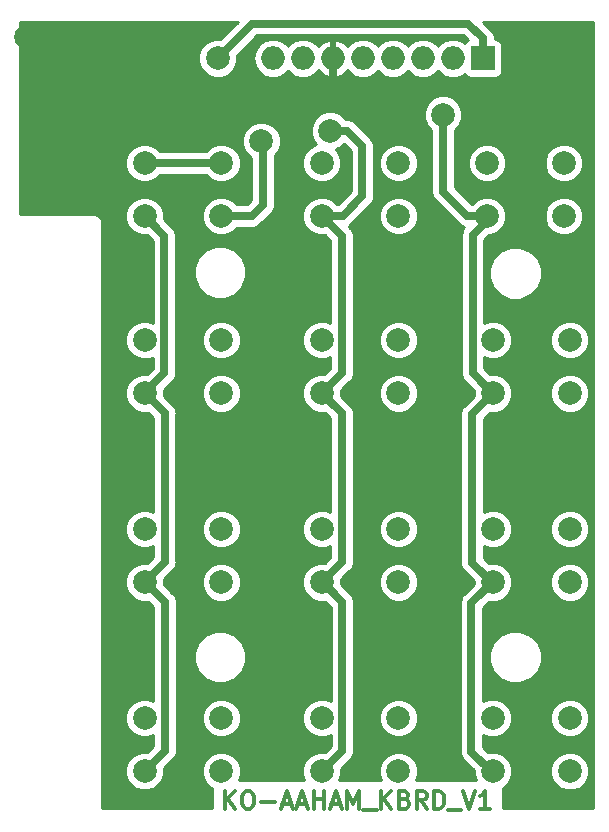
<source format=gbr>
G04 #@! TF.GenerationSoftware,KiCad,Pcbnew,5.0.2+dfsg1-1*
G04 #@! TF.CreationDate,2021-09-16T10:52:53+05:30*
G04 #@! TF.ProjectId,KEYBORD_PCB_V1,4b455942-4f52-4445-9f50-43425f56312e,rev?*
G04 #@! TF.SameCoordinates,Original*
G04 #@! TF.FileFunction,Copper,L1,Top*
G04 #@! TF.FilePolarity,Positive*
%FSLAX46Y46*%
G04 Gerber Fmt 4.6, Leading zero omitted, Abs format (unit mm)*
G04 Created by KiCad (PCBNEW 5.0.2+dfsg1-1) date Thu 16 Sep 2021 10:52:53 AM IST*
%MOMM*%
%LPD*%
G01*
G04 APERTURE LIST*
G04 #@! TA.AperFunction,NonConductor*
%ADD10C,0.300000*%
G04 #@! TD*
G04 #@! TA.AperFunction,ComponentPad*
%ADD11O,2.000000X2.000000*%
G04 #@! TD*
G04 #@! TA.AperFunction,ComponentPad*
%ADD12R,2.000000X2.000000*%
G04 #@! TD*
G04 #@! TA.AperFunction,ComponentPad*
%ADD13C,2.000000*%
G04 #@! TD*
G04 #@! TA.AperFunction,ViaPad*
%ADD14C,2.000000*%
G04 #@! TD*
G04 #@! TA.AperFunction,Conductor*
%ADD15C,0.700000*%
G04 #@! TD*
G04 #@! TA.AperFunction,Conductor*
%ADD16C,0.254000*%
G04 #@! TD*
G04 APERTURE END LIST*
D10*
X83821428Y-103678571D02*
X83821428Y-102178571D01*
X84678571Y-103678571D02*
X84035714Y-102821428D01*
X84678571Y-102178571D02*
X83821428Y-103035714D01*
X85607142Y-102178571D02*
X85892857Y-102178571D01*
X86035714Y-102250000D01*
X86178571Y-102392857D01*
X86250000Y-102678571D01*
X86250000Y-103178571D01*
X86178571Y-103464285D01*
X86035714Y-103607142D01*
X85892857Y-103678571D01*
X85607142Y-103678571D01*
X85464285Y-103607142D01*
X85321428Y-103464285D01*
X85250000Y-103178571D01*
X85250000Y-102678571D01*
X85321428Y-102392857D01*
X85464285Y-102250000D01*
X85607142Y-102178571D01*
X86892857Y-103107142D02*
X88035714Y-103107142D01*
X88678571Y-103250000D02*
X89392857Y-103250000D01*
X88535714Y-103678571D02*
X89035714Y-102178571D01*
X89535714Y-103678571D01*
X89964285Y-103250000D02*
X90678571Y-103250000D01*
X89821428Y-103678571D02*
X90321428Y-102178571D01*
X90821428Y-103678571D01*
X91321428Y-103678571D02*
X91321428Y-102178571D01*
X91321428Y-102892857D02*
X92178571Y-102892857D01*
X92178571Y-103678571D02*
X92178571Y-102178571D01*
X92821428Y-103250000D02*
X93535714Y-103250000D01*
X92678571Y-103678571D02*
X93178571Y-102178571D01*
X93678571Y-103678571D01*
X94178571Y-103678571D02*
X94178571Y-102178571D01*
X94678571Y-103250000D01*
X95178571Y-102178571D01*
X95178571Y-103678571D01*
X95535714Y-103821428D02*
X96678571Y-103821428D01*
X97035714Y-103678571D02*
X97035714Y-102178571D01*
X97892857Y-103678571D02*
X97250000Y-102821428D01*
X97892857Y-102178571D02*
X97035714Y-103035714D01*
X99035714Y-102892857D02*
X99250000Y-102964285D01*
X99321428Y-103035714D01*
X99392857Y-103178571D01*
X99392857Y-103392857D01*
X99321428Y-103535714D01*
X99250000Y-103607142D01*
X99107142Y-103678571D01*
X98535714Y-103678571D01*
X98535714Y-102178571D01*
X99035714Y-102178571D01*
X99178571Y-102250000D01*
X99250000Y-102321428D01*
X99321428Y-102464285D01*
X99321428Y-102607142D01*
X99250000Y-102750000D01*
X99178571Y-102821428D01*
X99035714Y-102892857D01*
X98535714Y-102892857D01*
X100892857Y-103678571D02*
X100392857Y-102964285D01*
X100035714Y-103678571D02*
X100035714Y-102178571D01*
X100607142Y-102178571D01*
X100750000Y-102250000D01*
X100821428Y-102321428D01*
X100892857Y-102464285D01*
X100892857Y-102678571D01*
X100821428Y-102821428D01*
X100750000Y-102892857D01*
X100607142Y-102964285D01*
X100035714Y-102964285D01*
X101535714Y-103678571D02*
X101535714Y-102178571D01*
X101892857Y-102178571D01*
X102107142Y-102250000D01*
X102250000Y-102392857D01*
X102321428Y-102535714D01*
X102392857Y-102821428D01*
X102392857Y-103035714D01*
X102321428Y-103321428D01*
X102250000Y-103464285D01*
X102107142Y-103607142D01*
X101892857Y-103678571D01*
X101535714Y-103678571D01*
X102678571Y-103821428D02*
X103821428Y-103821428D01*
X103964285Y-102178571D02*
X104464285Y-103678571D01*
X104964285Y-102178571D01*
X106250000Y-103678571D02*
X105392857Y-103678571D01*
X105821428Y-103678571D02*
X105821428Y-102178571D01*
X105678571Y-102392857D01*
X105535714Y-102535714D01*
X105392857Y-102607142D01*
D11*
G04 #@! TO.P,J1,8*
G04 #@! TO.N,+3V3*
X87870000Y-40150000D03*
G04 #@! TO.P,J1,7*
G04 #@! TO.N,Net-(J1-Pad7)*
X90410000Y-40150000D03*
G04 #@! TO.P,J1,6*
G04 #@! TO.N,GND*
X92950000Y-40150000D03*
G04 #@! TO.P,J1,5*
G04 #@! TO.N,Net-(J1-Pad5)*
X95490000Y-40150000D03*
G04 #@! TO.P,J1,4*
G04 #@! TO.N,Net-(J1-Pad4)*
X98030000Y-40150000D03*
G04 #@! TO.P,J1,3*
G04 #@! TO.N,Net-(J1-Pad3)*
X100570000Y-40150000D03*
G04 #@! TO.P,J1,2*
G04 #@! TO.N,SDA*
X103110000Y-40150000D03*
D12*
G04 #@! TO.P,J1,1*
G04 #@! TO.N,SCL*
X105650000Y-40150000D03*
G04 #@! TD*
D13*
G04 #@! TO.P,SW1,2*
G04 #@! TO.N,C1*
X77000000Y-53500000D03*
G04 #@! TO.P,SW1,1*
G04 #@! TO.N,R1*
X77000000Y-49000000D03*
G04 #@! TO.P,SW1,2*
G04 #@! TO.N,C1*
X83500000Y-53500000D03*
G04 #@! TO.P,SW1,1*
G04 #@! TO.N,R1*
X83500000Y-49000000D03*
G04 #@! TD*
G04 #@! TO.P,SW2,1*
G04 #@! TO.N,R2*
X83500000Y-64000000D03*
G04 #@! TO.P,SW2,2*
G04 #@! TO.N,C1*
X83500000Y-68500000D03*
G04 #@! TO.P,SW2,1*
G04 #@! TO.N,R2*
X77000000Y-64000000D03*
G04 #@! TO.P,SW2,2*
G04 #@! TO.N,C1*
X77000000Y-68500000D03*
G04 #@! TD*
G04 #@! TO.P,SW3,1*
G04 #@! TO.N,R3*
X83500000Y-80000000D03*
G04 #@! TO.P,SW3,2*
G04 #@! TO.N,C1*
X83500000Y-84500000D03*
G04 #@! TO.P,SW3,1*
G04 #@! TO.N,R3*
X77000000Y-80000000D03*
G04 #@! TO.P,SW3,2*
G04 #@! TO.N,C1*
X77000000Y-84500000D03*
G04 #@! TD*
G04 #@! TO.P,SW4,2*
G04 #@! TO.N,C1*
X77000000Y-100500000D03*
G04 #@! TO.P,SW4,1*
G04 #@! TO.N,R4*
X77000000Y-96000000D03*
G04 #@! TO.P,SW4,2*
G04 #@! TO.N,C1*
X83500000Y-100500000D03*
G04 #@! TO.P,SW4,1*
G04 #@! TO.N,R4*
X83500000Y-96000000D03*
G04 #@! TD*
G04 #@! TO.P,SW5,1*
G04 #@! TO.N,R1*
X98500000Y-49000000D03*
G04 #@! TO.P,SW5,2*
G04 #@! TO.N,C2*
X98500000Y-53500000D03*
G04 #@! TO.P,SW5,1*
G04 #@! TO.N,R1*
X92000000Y-49000000D03*
G04 #@! TO.P,SW5,2*
G04 #@! TO.N,C2*
X92000000Y-53500000D03*
G04 #@! TD*
G04 #@! TO.P,SW6,1*
G04 #@! TO.N,R2*
X98500000Y-64000000D03*
G04 #@! TO.P,SW6,2*
G04 #@! TO.N,C2*
X98500000Y-68500000D03*
G04 #@! TO.P,SW6,1*
G04 #@! TO.N,R2*
X92000000Y-64000000D03*
G04 #@! TO.P,SW6,2*
G04 #@! TO.N,C2*
X92000000Y-68500000D03*
G04 #@! TD*
G04 #@! TO.P,SW7,2*
G04 #@! TO.N,C2*
X92000000Y-84500000D03*
G04 #@! TO.P,SW7,1*
G04 #@! TO.N,R3*
X92000000Y-80000000D03*
G04 #@! TO.P,SW7,2*
G04 #@! TO.N,C2*
X98500000Y-84500000D03*
G04 #@! TO.P,SW7,1*
G04 #@! TO.N,R3*
X98500000Y-80000000D03*
G04 #@! TD*
G04 #@! TO.P,SW8,1*
G04 #@! TO.N,R4*
X98500000Y-96000000D03*
G04 #@! TO.P,SW8,2*
G04 #@! TO.N,C2*
X98500000Y-100500000D03*
G04 #@! TO.P,SW8,1*
G04 #@! TO.N,R4*
X92000000Y-96000000D03*
G04 #@! TO.P,SW8,2*
G04 #@! TO.N,C2*
X92000000Y-100500000D03*
G04 #@! TD*
G04 #@! TO.P,SW9,2*
G04 #@! TO.N,C3*
X106000000Y-53500000D03*
G04 #@! TO.P,SW9,1*
G04 #@! TO.N,R1*
X106000000Y-49000000D03*
G04 #@! TO.P,SW9,2*
G04 #@! TO.N,C3*
X112500000Y-53500000D03*
G04 #@! TO.P,SW9,1*
G04 #@! TO.N,R1*
X112500000Y-49000000D03*
G04 #@! TD*
G04 #@! TO.P,SW10,2*
G04 #@! TO.N,C3*
X106500000Y-68500000D03*
G04 #@! TO.P,SW10,1*
G04 #@! TO.N,R2*
X106500000Y-64000000D03*
G04 #@! TO.P,SW10,2*
G04 #@! TO.N,C3*
X113000000Y-68500000D03*
G04 #@! TO.P,SW10,1*
G04 #@! TO.N,R2*
X113000000Y-64000000D03*
G04 #@! TD*
G04 #@! TO.P,SW11,2*
G04 #@! TO.N,C3*
X106500000Y-84500000D03*
G04 #@! TO.P,SW11,1*
G04 #@! TO.N,R3*
X106500000Y-80000000D03*
G04 #@! TO.P,SW11,2*
G04 #@! TO.N,C3*
X113000000Y-84500000D03*
G04 #@! TO.P,SW11,1*
G04 #@! TO.N,R3*
X113000000Y-80000000D03*
G04 #@! TD*
G04 #@! TO.P,SW12,1*
G04 #@! TO.N,R4*
X113000000Y-96000000D03*
G04 #@! TO.P,SW12,2*
G04 #@! TO.N,C3*
X113000000Y-100500000D03*
G04 #@! TO.P,SW12,1*
G04 #@! TO.N,R4*
X106500000Y-96000000D03*
G04 #@! TO.P,SW12,2*
G04 #@! TO.N,C3*
X106500000Y-100500000D03*
G04 #@! TD*
D14*
G04 #@! TO.N,GND*
X66990010Y-38360000D03*
X81970000Y-46140000D03*
G04 #@! TO.N,C1*
X86880003Y-47140000D03*
G04 #@! TO.N,C2*
X92730000Y-46280000D03*
G04 #@! TO.N,C3*
X102280000Y-44910000D03*
G04 #@! TO.N,SCL*
X83200024Y-40140000D03*
G04 #@! TD*
D15*
G04 #@! TO.N,R1*
X83500000Y-49000000D02*
X77000000Y-49000000D01*
G04 #@! TO.N,GND*
X66990010Y-38360000D02*
X74190000Y-38360000D01*
X74190000Y-38360000D02*
X80970001Y-45140001D01*
X80970001Y-45140001D02*
X81970000Y-46140000D01*
X85454213Y-44070000D02*
X83384213Y-46140000D01*
X91110000Y-44070000D02*
X85454213Y-44070000D01*
X83384213Y-46140000D02*
X81970000Y-46140000D01*
X92950000Y-40150000D02*
X92950000Y-42230000D01*
X92950000Y-42230000D02*
X91110000Y-44070000D01*
G04 #@! TO.N,C1*
X87040000Y-52530000D02*
X86070000Y-53500000D01*
X86880003Y-47140000D02*
X87040000Y-47299997D01*
X86070000Y-53500000D02*
X83500000Y-53500000D01*
X87040000Y-47299997D02*
X87040000Y-52530000D01*
X77999999Y-67500001D02*
X77000000Y-68500000D01*
X78680000Y-66820000D02*
X77999999Y-67500001D01*
X78680000Y-55180000D02*
X78680000Y-66820000D01*
X77000000Y-53500000D02*
X78680000Y-55180000D01*
X78720000Y-82780000D02*
X77000000Y-84500000D01*
X78720000Y-70190000D02*
X78720000Y-82780000D01*
X77040000Y-68510000D02*
X78720000Y-70190000D01*
X78730000Y-86160000D02*
X78730000Y-98750000D01*
X78730000Y-98750000D02*
X77010000Y-100470000D01*
X77050000Y-84480000D02*
X78730000Y-86160000D01*
G04 #@! TO.N,C2*
X93710000Y-55180000D02*
X93710000Y-66820000D01*
X93029999Y-67500001D02*
X92030000Y-68500000D01*
X93710000Y-66820000D02*
X93029999Y-67500001D01*
X92030000Y-53500000D02*
X93710000Y-55180000D01*
X93750000Y-86180000D02*
X93750000Y-98770000D01*
X92070000Y-84500000D02*
X93750000Y-86180000D01*
X93750000Y-98770000D02*
X92030000Y-100490000D01*
X94144213Y-46280000D02*
X95450000Y-47585787D01*
X92730000Y-46280000D02*
X94144213Y-46280000D01*
X95450000Y-47585787D02*
X95450000Y-51820000D01*
X93770000Y-53500000D02*
X92000000Y-53500000D01*
X95450000Y-51820000D02*
X93770000Y-53500000D01*
X93720000Y-82800000D02*
X92000000Y-84520000D01*
X93720000Y-70210000D02*
X93720000Y-82800000D01*
X92040000Y-68530000D02*
X93720000Y-70210000D01*
G04 #@! TO.N,C3*
X104680000Y-86250000D02*
X106400000Y-84530000D01*
X106360000Y-100520000D02*
X104680000Y-98840000D01*
X104680000Y-98840000D02*
X104680000Y-86250000D01*
X104730000Y-70250000D02*
X106450000Y-68530000D01*
X104730000Y-82840000D02*
X104730000Y-70250000D01*
X106410000Y-84520000D02*
X104730000Y-82840000D01*
X106450000Y-68450000D02*
X104770000Y-66770000D01*
X105450001Y-54449999D02*
X106450000Y-53450000D01*
X104770000Y-66770000D02*
X104770000Y-55130000D01*
X104770000Y-55130000D02*
X105450001Y-54449999D01*
X104330000Y-53500000D02*
X106000000Y-53500000D01*
X102270000Y-51440000D02*
X104330000Y-53500000D01*
X102270000Y-46334213D02*
X102270000Y-51440000D01*
X102280000Y-44910000D02*
X102280000Y-46324213D01*
X102280000Y-46324213D02*
X102270000Y-46334213D01*
G04 #@! TO.N,SCL*
X105650000Y-40150000D02*
X105650000Y-38450000D01*
X86130024Y-37210000D02*
X84200023Y-39140001D01*
X105650000Y-38450000D02*
X104410000Y-37210000D01*
X104410000Y-37210000D02*
X86130024Y-37210000D01*
X84200023Y-39140001D02*
X83200024Y-40140000D01*
G04 #@! TD*
D16*
G04 #@! TO.N,GND*
G36*
X83572120Y-38374904D02*
X83442024Y-38505000D01*
X82874802Y-38505000D01*
X82273871Y-38753914D01*
X81813938Y-39213847D01*
X81565024Y-39814778D01*
X81565024Y-40465222D01*
X81813938Y-41066153D01*
X82273871Y-41526086D01*
X82874802Y-41775000D01*
X83525246Y-41775000D01*
X84126177Y-41526086D01*
X84586110Y-41066153D01*
X84835024Y-40465222D01*
X84835024Y-40150000D01*
X86202969Y-40150000D01*
X86329864Y-40787945D01*
X86691231Y-41328769D01*
X87232055Y-41690136D01*
X87708969Y-41785000D01*
X88031031Y-41785000D01*
X88507945Y-41690136D01*
X89048769Y-41328769D01*
X89140000Y-41192232D01*
X89231231Y-41328769D01*
X89772055Y-41690136D01*
X90248969Y-41785000D01*
X90571031Y-41785000D01*
X91047945Y-41690136D01*
X91588769Y-41328769D01*
X91693499Y-41172029D01*
X92094615Y-41543402D01*
X92569566Y-41740124D01*
X92823000Y-41620777D01*
X92823000Y-40277000D01*
X92803000Y-40277000D01*
X92803000Y-40023000D01*
X92823000Y-40023000D01*
X92823000Y-38679223D01*
X92569566Y-38559876D01*
X92094615Y-38756598D01*
X91693499Y-39127971D01*
X91588769Y-38971231D01*
X91047945Y-38609864D01*
X90571031Y-38515000D01*
X90248969Y-38515000D01*
X89772055Y-38609864D01*
X89231231Y-38971231D01*
X89140000Y-39107768D01*
X89048769Y-38971231D01*
X88507945Y-38609864D01*
X88031031Y-38515000D01*
X87708969Y-38515000D01*
X87232055Y-38609864D01*
X86691231Y-38971231D01*
X86329864Y-39512055D01*
X86202969Y-40150000D01*
X84835024Y-40150000D01*
X84835024Y-39898000D01*
X84965120Y-39767904D01*
X86538025Y-38195000D01*
X104002000Y-38195000D01*
X104376223Y-38569224D01*
X104192191Y-38692191D01*
X104093100Y-38840489D01*
X103747945Y-38609864D01*
X103271031Y-38515000D01*
X102948969Y-38515000D01*
X102472055Y-38609864D01*
X101931231Y-38971231D01*
X101840000Y-39107768D01*
X101748769Y-38971231D01*
X101207945Y-38609864D01*
X100731031Y-38515000D01*
X100408969Y-38515000D01*
X99932055Y-38609864D01*
X99391231Y-38971231D01*
X99300000Y-39107768D01*
X99208769Y-38971231D01*
X98667945Y-38609864D01*
X98191031Y-38515000D01*
X97868969Y-38515000D01*
X97392055Y-38609864D01*
X96851231Y-38971231D01*
X96760000Y-39107768D01*
X96668769Y-38971231D01*
X96127945Y-38609864D01*
X95651031Y-38515000D01*
X95328969Y-38515000D01*
X94852055Y-38609864D01*
X94311231Y-38971231D01*
X94206501Y-39127971D01*
X93805385Y-38756598D01*
X93330434Y-38559876D01*
X93077000Y-38679223D01*
X93077000Y-40023000D01*
X93097000Y-40023000D01*
X93097000Y-40277000D01*
X93077000Y-40277000D01*
X93077000Y-41620777D01*
X93330434Y-41740124D01*
X93805385Y-41543402D01*
X94206501Y-41172029D01*
X94311231Y-41328769D01*
X94852055Y-41690136D01*
X95328969Y-41785000D01*
X95651031Y-41785000D01*
X96127945Y-41690136D01*
X96668769Y-41328769D01*
X96760000Y-41192232D01*
X96851231Y-41328769D01*
X97392055Y-41690136D01*
X97868969Y-41785000D01*
X98191031Y-41785000D01*
X98667945Y-41690136D01*
X99208769Y-41328769D01*
X99300000Y-41192232D01*
X99391231Y-41328769D01*
X99932055Y-41690136D01*
X100408969Y-41785000D01*
X100731031Y-41785000D01*
X101207945Y-41690136D01*
X101748769Y-41328769D01*
X101840000Y-41192232D01*
X101931231Y-41328769D01*
X102472055Y-41690136D01*
X102948969Y-41785000D01*
X103271031Y-41785000D01*
X103747945Y-41690136D01*
X104093100Y-41459511D01*
X104192191Y-41607809D01*
X104402235Y-41748157D01*
X104650000Y-41797440D01*
X106650000Y-41797440D01*
X106897765Y-41748157D01*
X107107809Y-41607809D01*
X107248157Y-41397765D01*
X107297440Y-41150000D01*
X107297440Y-39150000D01*
X107248157Y-38902235D01*
X107107809Y-38692191D01*
X106897765Y-38551843D01*
X106650000Y-38502560D01*
X106643841Y-38502560D01*
X106654296Y-38450000D01*
X106635000Y-38352992D01*
X106635000Y-38352988D01*
X106577849Y-38065672D01*
X106425659Y-37837903D01*
X106415098Y-37822097D01*
X106415096Y-37822095D01*
X106360145Y-37739855D01*
X106277905Y-37684904D01*
X105668000Y-37075000D01*
X114955000Y-37075000D01*
X114955001Y-103605000D01*
X107320715Y-103605000D01*
X107320715Y-101929760D01*
X107426153Y-101886086D01*
X107886086Y-101426153D01*
X108135000Y-100825222D01*
X108135000Y-100174778D01*
X111365000Y-100174778D01*
X111365000Y-100825222D01*
X111613914Y-101426153D01*
X112073847Y-101886086D01*
X112674778Y-102135000D01*
X113325222Y-102135000D01*
X113926153Y-101886086D01*
X114386086Y-101426153D01*
X114635000Y-100825222D01*
X114635000Y-100174778D01*
X114386086Y-99573847D01*
X113926153Y-99113914D01*
X113325222Y-98865000D01*
X112674778Y-98865000D01*
X112073847Y-99113914D01*
X111613914Y-99573847D01*
X111365000Y-100174778D01*
X108135000Y-100174778D01*
X107886086Y-99573847D01*
X107426153Y-99113914D01*
X106825222Y-98865000D01*
X106174778Y-98865000D01*
X106120488Y-98887488D01*
X105665000Y-98432000D01*
X105665000Y-97423843D01*
X106174778Y-97635000D01*
X106825222Y-97635000D01*
X107426153Y-97386086D01*
X107886086Y-96926153D01*
X108135000Y-96325222D01*
X108135000Y-95674778D01*
X111365000Y-95674778D01*
X111365000Y-96325222D01*
X111613914Y-96926153D01*
X112073847Y-97386086D01*
X112674778Y-97635000D01*
X113325222Y-97635000D01*
X113926153Y-97386086D01*
X114386086Y-96926153D01*
X114635000Y-96325222D01*
X114635000Y-95674778D01*
X114386086Y-95073847D01*
X113926153Y-94613914D01*
X113325222Y-94365000D01*
X112674778Y-94365000D01*
X112073847Y-94613914D01*
X111613914Y-95073847D01*
X111365000Y-95674778D01*
X108135000Y-95674778D01*
X107886086Y-95073847D01*
X107426153Y-94613914D01*
X106825222Y-94365000D01*
X106174778Y-94365000D01*
X105665000Y-94576157D01*
X105665000Y-90395431D01*
X106145000Y-90395431D01*
X106145000Y-91284569D01*
X106485259Y-92106026D01*
X107113974Y-92734741D01*
X107935431Y-93075000D01*
X108824569Y-93075000D01*
X109646026Y-92734741D01*
X110274741Y-92106026D01*
X110615000Y-91284569D01*
X110615000Y-90395431D01*
X110274741Y-89573974D01*
X109646026Y-88945259D01*
X108824569Y-88605000D01*
X107935431Y-88605000D01*
X107113974Y-88945259D01*
X106485259Y-89573974D01*
X106145000Y-90395431D01*
X105665000Y-90395431D01*
X105665000Y-86658000D01*
X106188000Y-86135000D01*
X106825222Y-86135000D01*
X107426153Y-85886086D01*
X107886086Y-85426153D01*
X108135000Y-84825222D01*
X108135000Y-84174778D01*
X111365000Y-84174778D01*
X111365000Y-84825222D01*
X111613914Y-85426153D01*
X112073847Y-85886086D01*
X112674778Y-86135000D01*
X113325222Y-86135000D01*
X113926153Y-85886086D01*
X114386086Y-85426153D01*
X114635000Y-84825222D01*
X114635000Y-84174778D01*
X114386086Y-83573847D01*
X113926153Y-83113914D01*
X113325222Y-82865000D01*
X112674778Y-82865000D01*
X112073847Y-83113914D01*
X111613914Y-83573847D01*
X111365000Y-84174778D01*
X108135000Y-84174778D01*
X107886086Y-83573847D01*
X107426153Y-83113914D01*
X106825222Y-82865000D01*
X106174778Y-82865000D01*
X106155843Y-82872843D01*
X105715000Y-82432000D01*
X105715000Y-81444554D01*
X106174778Y-81635000D01*
X106825222Y-81635000D01*
X107426153Y-81386086D01*
X107886086Y-80926153D01*
X108135000Y-80325222D01*
X108135000Y-79674778D01*
X111365000Y-79674778D01*
X111365000Y-80325222D01*
X111613914Y-80926153D01*
X112073847Y-81386086D01*
X112674778Y-81635000D01*
X113325222Y-81635000D01*
X113926153Y-81386086D01*
X114386086Y-80926153D01*
X114635000Y-80325222D01*
X114635000Y-79674778D01*
X114386086Y-79073847D01*
X113926153Y-78613914D01*
X113325222Y-78365000D01*
X112674778Y-78365000D01*
X112073847Y-78613914D01*
X111613914Y-79073847D01*
X111365000Y-79674778D01*
X108135000Y-79674778D01*
X107886086Y-79073847D01*
X107426153Y-78613914D01*
X106825222Y-78365000D01*
X106174778Y-78365000D01*
X105715000Y-78555446D01*
X105715000Y-70658000D01*
X106238000Y-70135000D01*
X106825222Y-70135000D01*
X107426153Y-69886086D01*
X107886086Y-69426153D01*
X108135000Y-68825222D01*
X108135000Y-68174778D01*
X111365000Y-68174778D01*
X111365000Y-68825222D01*
X111613914Y-69426153D01*
X112073847Y-69886086D01*
X112674778Y-70135000D01*
X113325222Y-70135000D01*
X113926153Y-69886086D01*
X114386086Y-69426153D01*
X114635000Y-68825222D01*
X114635000Y-68174778D01*
X114386086Y-67573847D01*
X113926153Y-67113914D01*
X113325222Y-66865000D01*
X112674778Y-66865000D01*
X112073847Y-67113914D01*
X111613914Y-67573847D01*
X111365000Y-68174778D01*
X108135000Y-68174778D01*
X107886086Y-67573847D01*
X107426153Y-67113914D01*
X106825222Y-66865000D01*
X106258000Y-66865000D01*
X105755000Y-66362000D01*
X105755000Y-65461122D01*
X106174778Y-65635000D01*
X106825222Y-65635000D01*
X107426153Y-65386086D01*
X107886086Y-64926153D01*
X108135000Y-64325222D01*
X108135000Y-63674778D01*
X111365000Y-63674778D01*
X111365000Y-64325222D01*
X111613914Y-64926153D01*
X112073847Y-65386086D01*
X112674778Y-65635000D01*
X113325222Y-65635000D01*
X113926153Y-65386086D01*
X114386086Y-64926153D01*
X114635000Y-64325222D01*
X114635000Y-63674778D01*
X114386086Y-63073847D01*
X113926153Y-62613914D01*
X113325222Y-62365000D01*
X112674778Y-62365000D01*
X112073847Y-62613914D01*
X111613914Y-63073847D01*
X111365000Y-63674778D01*
X108135000Y-63674778D01*
X107886086Y-63073847D01*
X107426153Y-62613914D01*
X106825222Y-62365000D01*
X106174778Y-62365000D01*
X105755000Y-62538878D01*
X105755000Y-57885431D01*
X106145000Y-57885431D01*
X106145000Y-58774569D01*
X106485259Y-59596026D01*
X107113974Y-60224741D01*
X107935431Y-60565000D01*
X108824569Y-60565000D01*
X109646026Y-60224741D01*
X110274741Y-59596026D01*
X110615000Y-58774569D01*
X110615000Y-57885431D01*
X110274741Y-57063974D01*
X109646026Y-56435259D01*
X108824569Y-56095000D01*
X107935431Y-56095000D01*
X107113974Y-56435259D01*
X106485259Y-57063974D01*
X106145000Y-57885431D01*
X105755000Y-57885431D01*
X105755000Y-55538000D01*
X106158001Y-55135000D01*
X106325222Y-55135000D01*
X106926153Y-54886086D01*
X107386086Y-54426153D01*
X107635000Y-53825222D01*
X107635000Y-53174778D01*
X110865000Y-53174778D01*
X110865000Y-53825222D01*
X111113914Y-54426153D01*
X111573847Y-54886086D01*
X112174778Y-55135000D01*
X112825222Y-55135000D01*
X113426153Y-54886086D01*
X113886086Y-54426153D01*
X114135000Y-53825222D01*
X114135000Y-53174778D01*
X113886086Y-52573847D01*
X113426153Y-52113914D01*
X112825222Y-51865000D01*
X112174778Y-51865000D01*
X111573847Y-52113914D01*
X111113914Y-52573847D01*
X110865000Y-53174778D01*
X107635000Y-53174778D01*
X107386086Y-52573847D01*
X106926153Y-52113914D01*
X106325222Y-51865000D01*
X105674778Y-51865000D01*
X105073847Y-52113914D01*
X104705381Y-52482380D01*
X103255000Y-51032000D01*
X103255000Y-48674778D01*
X104365000Y-48674778D01*
X104365000Y-49325222D01*
X104613914Y-49926153D01*
X105073847Y-50386086D01*
X105674778Y-50635000D01*
X106325222Y-50635000D01*
X106926153Y-50386086D01*
X107386086Y-49926153D01*
X107635000Y-49325222D01*
X107635000Y-48674778D01*
X110865000Y-48674778D01*
X110865000Y-49325222D01*
X111113914Y-49926153D01*
X111573847Y-50386086D01*
X112174778Y-50635000D01*
X112825222Y-50635000D01*
X113426153Y-50386086D01*
X113886086Y-49926153D01*
X114135000Y-49325222D01*
X114135000Y-48674778D01*
X113886086Y-48073847D01*
X113426153Y-47613914D01*
X112825222Y-47365000D01*
X112174778Y-47365000D01*
X111573847Y-47613914D01*
X111113914Y-48073847D01*
X110865000Y-48674778D01*
X107635000Y-48674778D01*
X107386086Y-48073847D01*
X106926153Y-47613914D01*
X106325222Y-47365000D01*
X105674778Y-47365000D01*
X105073847Y-47613914D01*
X104613914Y-48073847D01*
X104365000Y-48674778D01*
X103255000Y-48674778D01*
X103255000Y-46471498D01*
X103265000Y-46421225D01*
X103265000Y-46421222D01*
X103284296Y-46324214D01*
X103266665Y-46235574D01*
X103666086Y-45836153D01*
X103915000Y-45235222D01*
X103915000Y-44584778D01*
X103666086Y-43983847D01*
X103206153Y-43523914D01*
X102605222Y-43275000D01*
X101954778Y-43275000D01*
X101353847Y-43523914D01*
X100893914Y-43983847D01*
X100645000Y-44584778D01*
X100645000Y-45235222D01*
X100893914Y-45836153D01*
X101286653Y-46228892D01*
X101285000Y-46237202D01*
X101285000Y-46237205D01*
X101265704Y-46334213D01*
X101285000Y-46431221D01*
X101285001Y-51342987D01*
X101265704Y-51440000D01*
X101342151Y-51824327D01*
X101504902Y-52067902D01*
X101504905Y-52067905D01*
X101559856Y-52150145D01*
X101642096Y-52205096D01*
X103564904Y-54127905D01*
X103619855Y-54210145D01*
X103702095Y-54265096D01*
X103702097Y-54265098D01*
X103839314Y-54356783D01*
X103945672Y-54427849D01*
X104041745Y-54446959D01*
X104004905Y-54502095D01*
X104004902Y-54502098D01*
X103842151Y-54745673D01*
X103765704Y-55130000D01*
X103785001Y-55227013D01*
X103785000Y-66672992D01*
X103765704Y-66770000D01*
X103785000Y-66867008D01*
X103785000Y-66867011D01*
X103794946Y-66917012D01*
X103842151Y-67154327D01*
X103875561Y-67204328D01*
X104059855Y-67480145D01*
X104142098Y-67535098D01*
X104865000Y-68258000D01*
X104865000Y-68722000D01*
X104102096Y-69484904D01*
X104019856Y-69539855D01*
X103964905Y-69622095D01*
X103964902Y-69622098D01*
X103802151Y-69865673D01*
X103725704Y-70250000D01*
X103745001Y-70347013D01*
X103745000Y-82742992D01*
X103725704Y-82840000D01*
X103745000Y-82937008D01*
X103745000Y-82937011D01*
X103802151Y-83224327D01*
X104019855Y-83550145D01*
X104102098Y-83605098D01*
X104865000Y-84368000D01*
X104865000Y-84672000D01*
X104052096Y-85484904D01*
X103969856Y-85539855D01*
X103914905Y-85622095D01*
X103914902Y-85622098D01*
X103752151Y-85865673D01*
X103675704Y-86250000D01*
X103695001Y-86347013D01*
X103695000Y-98742992D01*
X103675704Y-98840000D01*
X103695000Y-98937008D01*
X103695000Y-98937011D01*
X103752151Y-99224327D01*
X103969855Y-99550145D01*
X104052098Y-99605098D01*
X104865000Y-100418001D01*
X104865000Y-100825222D01*
X105024380Y-101210000D01*
X99975620Y-101210000D01*
X100135000Y-100825222D01*
X100135000Y-100174778D01*
X99886086Y-99573847D01*
X99426153Y-99113914D01*
X98825222Y-98865000D01*
X98174778Y-98865000D01*
X97573847Y-99113914D01*
X97113914Y-99573847D01*
X96865000Y-100174778D01*
X96865000Y-100825222D01*
X97024380Y-101210000D01*
X93475620Y-101210000D01*
X93635000Y-100825222D01*
X93635000Y-100278000D01*
X94377902Y-99535098D01*
X94460145Y-99480145D01*
X94677849Y-99154328D01*
X94735000Y-98867012D01*
X94735000Y-98867009D01*
X94754296Y-98770001D01*
X94735000Y-98672993D01*
X94735000Y-95674778D01*
X96865000Y-95674778D01*
X96865000Y-96325222D01*
X97113914Y-96926153D01*
X97573847Y-97386086D01*
X98174778Y-97635000D01*
X98825222Y-97635000D01*
X99426153Y-97386086D01*
X99886086Y-96926153D01*
X100135000Y-96325222D01*
X100135000Y-95674778D01*
X99886086Y-95073847D01*
X99426153Y-94613914D01*
X98825222Y-94365000D01*
X98174778Y-94365000D01*
X97573847Y-94613914D01*
X97113914Y-95073847D01*
X96865000Y-95674778D01*
X94735000Y-95674778D01*
X94735000Y-86277008D01*
X94754296Y-86180000D01*
X94735000Y-86082992D01*
X94735000Y-86082988D01*
X94677849Y-85795672D01*
X94561871Y-85622098D01*
X94515098Y-85552097D01*
X94515096Y-85552095D01*
X94460145Y-85469855D01*
X94377905Y-85414904D01*
X93635000Y-84671999D01*
X93635000Y-84278000D01*
X93738222Y-84174778D01*
X96865000Y-84174778D01*
X96865000Y-84825222D01*
X97113914Y-85426153D01*
X97573847Y-85886086D01*
X98174778Y-86135000D01*
X98825222Y-86135000D01*
X99426153Y-85886086D01*
X99886086Y-85426153D01*
X100135000Y-84825222D01*
X100135000Y-84174778D01*
X99886086Y-83573847D01*
X99426153Y-83113914D01*
X98825222Y-82865000D01*
X98174778Y-82865000D01*
X97573847Y-83113914D01*
X97113914Y-83573847D01*
X96865000Y-84174778D01*
X93738222Y-84174778D01*
X94347902Y-83565098D01*
X94430145Y-83510145D01*
X94647849Y-83184328D01*
X94705000Y-82897012D01*
X94705000Y-82897009D01*
X94724296Y-82800001D01*
X94705000Y-82702993D01*
X94705000Y-79674778D01*
X96865000Y-79674778D01*
X96865000Y-80325222D01*
X97113914Y-80926153D01*
X97573847Y-81386086D01*
X98174778Y-81635000D01*
X98825222Y-81635000D01*
X99426153Y-81386086D01*
X99886086Y-80926153D01*
X100135000Y-80325222D01*
X100135000Y-79674778D01*
X99886086Y-79073847D01*
X99426153Y-78613914D01*
X98825222Y-78365000D01*
X98174778Y-78365000D01*
X97573847Y-78613914D01*
X97113914Y-79073847D01*
X96865000Y-79674778D01*
X94705000Y-79674778D01*
X94705000Y-70307008D01*
X94724296Y-70210000D01*
X94705000Y-70112992D01*
X94705000Y-70112988D01*
X94647849Y-69825672D01*
X94634485Y-69805672D01*
X94485098Y-69582097D01*
X94485096Y-69582095D01*
X94430145Y-69499855D01*
X94347905Y-69444904D01*
X93635000Y-68731999D01*
X93635000Y-68288000D01*
X93748222Y-68174778D01*
X96865000Y-68174778D01*
X96865000Y-68825222D01*
X97113914Y-69426153D01*
X97573847Y-69886086D01*
X98174778Y-70135000D01*
X98825222Y-70135000D01*
X99426153Y-69886086D01*
X99886086Y-69426153D01*
X100135000Y-68825222D01*
X100135000Y-68174778D01*
X99886086Y-67573847D01*
X99426153Y-67113914D01*
X98825222Y-66865000D01*
X98174778Y-66865000D01*
X97573847Y-67113914D01*
X97113914Y-67573847D01*
X96865000Y-68174778D01*
X93748222Y-68174778D01*
X94337904Y-67585096D01*
X94420145Y-67530145D01*
X94475096Y-67447905D01*
X94475098Y-67447903D01*
X94637849Y-67204328D01*
X94655483Y-67115674D01*
X94695000Y-66917012D01*
X94695000Y-66917008D01*
X94714296Y-66820000D01*
X94695000Y-66722992D01*
X94695000Y-63674778D01*
X96865000Y-63674778D01*
X96865000Y-64325222D01*
X97113914Y-64926153D01*
X97573847Y-65386086D01*
X98174778Y-65635000D01*
X98825222Y-65635000D01*
X99426153Y-65386086D01*
X99886086Y-64926153D01*
X100135000Y-64325222D01*
X100135000Y-63674778D01*
X99886086Y-63073847D01*
X99426153Y-62613914D01*
X98825222Y-62365000D01*
X98174778Y-62365000D01*
X97573847Y-62613914D01*
X97113914Y-63073847D01*
X96865000Y-63674778D01*
X94695000Y-63674778D01*
X94695000Y-55277008D01*
X94714296Y-55180000D01*
X94695000Y-55082992D01*
X94695000Y-55082988D01*
X94637849Y-54795672D01*
X94507042Y-54599905D01*
X94475098Y-54552097D01*
X94475096Y-54552095D01*
X94420145Y-54469855D01*
X94337905Y-54414904D01*
X94272134Y-54349133D01*
X94480145Y-54210145D01*
X94535098Y-54127902D01*
X95488222Y-53174778D01*
X96865000Y-53174778D01*
X96865000Y-53825222D01*
X97113914Y-54426153D01*
X97573847Y-54886086D01*
X98174778Y-55135000D01*
X98825222Y-55135000D01*
X99426153Y-54886086D01*
X99886086Y-54426153D01*
X100135000Y-53825222D01*
X100135000Y-53174778D01*
X99886086Y-52573847D01*
X99426153Y-52113914D01*
X98825222Y-51865000D01*
X98174778Y-51865000D01*
X97573847Y-52113914D01*
X97113914Y-52573847D01*
X96865000Y-53174778D01*
X95488222Y-53174778D01*
X96077905Y-52585096D01*
X96160145Y-52530145D01*
X96215096Y-52447905D01*
X96215098Y-52447903D01*
X96377849Y-52204328D01*
X96389516Y-52145673D01*
X96435000Y-51917012D01*
X96435000Y-51917008D01*
X96454296Y-51820000D01*
X96435000Y-51722992D01*
X96435000Y-48674778D01*
X96865000Y-48674778D01*
X96865000Y-49325222D01*
X97113914Y-49926153D01*
X97573847Y-50386086D01*
X98174778Y-50635000D01*
X98825222Y-50635000D01*
X99426153Y-50386086D01*
X99886086Y-49926153D01*
X100135000Y-49325222D01*
X100135000Y-48674778D01*
X99886086Y-48073847D01*
X99426153Y-47613914D01*
X98825222Y-47365000D01*
X98174778Y-47365000D01*
X97573847Y-47613914D01*
X97113914Y-48073847D01*
X96865000Y-48674778D01*
X96435000Y-48674778D01*
X96435000Y-47682795D01*
X96454296Y-47585787D01*
X96435000Y-47488779D01*
X96435000Y-47488775D01*
X96377849Y-47201459D01*
X96215098Y-46957884D01*
X96215096Y-46957882D01*
X96160145Y-46875642D01*
X96077905Y-46820691D01*
X94909311Y-45652098D01*
X94854358Y-45569855D01*
X94528541Y-45352151D01*
X94241225Y-45295000D01*
X94241221Y-45295000D01*
X94144213Y-45275704D01*
X94055574Y-45293335D01*
X93656153Y-44893914D01*
X93055222Y-44645000D01*
X92404778Y-44645000D01*
X91803847Y-44893914D01*
X91343914Y-45353847D01*
X91095000Y-45954778D01*
X91095000Y-46605222D01*
X91343914Y-47206153D01*
X91553144Y-47415383D01*
X91073847Y-47613914D01*
X90613914Y-48073847D01*
X90365000Y-48674778D01*
X90365000Y-49325222D01*
X90613914Y-49926153D01*
X91073847Y-50386086D01*
X91674778Y-50635000D01*
X92325222Y-50635000D01*
X92926153Y-50386086D01*
X93386086Y-49926153D01*
X93635000Y-49325222D01*
X93635000Y-48674778D01*
X93386086Y-48073847D01*
X93176856Y-47864617D01*
X93656153Y-47666086D01*
X93896726Y-47425513D01*
X94465000Y-47993788D01*
X94465001Y-51411998D01*
X93362000Y-52515000D01*
X93327239Y-52515000D01*
X92926153Y-52113914D01*
X92325222Y-51865000D01*
X91674778Y-51865000D01*
X91073847Y-52113914D01*
X90613914Y-52573847D01*
X90365000Y-53174778D01*
X90365000Y-53825222D01*
X90613914Y-54426153D01*
X91073847Y-54886086D01*
X91674778Y-55135000D01*
X92271999Y-55135000D01*
X92725000Y-55588001D01*
X92725001Y-62530594D01*
X92325222Y-62365000D01*
X91674778Y-62365000D01*
X91073847Y-62613914D01*
X90613914Y-63073847D01*
X90365000Y-63674778D01*
X90365000Y-64325222D01*
X90613914Y-64926153D01*
X91073847Y-65386086D01*
X91674778Y-65635000D01*
X92325222Y-65635000D01*
X92725001Y-65469406D01*
X92725001Y-66411998D01*
X92402095Y-66734904D01*
X92402096Y-66734904D01*
X92272000Y-66865000D01*
X91674778Y-66865000D01*
X91073847Y-67113914D01*
X90613914Y-67573847D01*
X90365000Y-68174778D01*
X90365000Y-68825222D01*
X90613914Y-69426153D01*
X91073847Y-69886086D01*
X91674778Y-70135000D01*
X92251999Y-70135000D01*
X92735000Y-70618001D01*
X92735001Y-78534736D01*
X92325222Y-78365000D01*
X91674778Y-78365000D01*
X91073847Y-78613914D01*
X90613914Y-79073847D01*
X90365000Y-79674778D01*
X90365000Y-80325222D01*
X90613914Y-80926153D01*
X91073847Y-81386086D01*
X91674778Y-81635000D01*
X92325222Y-81635000D01*
X92735001Y-81465264D01*
X92735001Y-82391999D01*
X92262000Y-82865000D01*
X91674778Y-82865000D01*
X91073847Y-83113914D01*
X90613914Y-83573847D01*
X90365000Y-84174778D01*
X90365000Y-84825222D01*
X90613914Y-85426153D01*
X91073847Y-85886086D01*
X91674778Y-86135000D01*
X92311999Y-86135000D01*
X92765000Y-86588001D01*
X92765001Y-94547162D01*
X92325222Y-94365000D01*
X91674778Y-94365000D01*
X91073847Y-94613914D01*
X90613914Y-95073847D01*
X90365000Y-95674778D01*
X90365000Y-96325222D01*
X90613914Y-96926153D01*
X91073847Y-97386086D01*
X91674778Y-97635000D01*
X92325222Y-97635000D01*
X92765001Y-97452837D01*
X92765001Y-98361999D01*
X92262000Y-98865000D01*
X91674778Y-98865000D01*
X91073847Y-99113914D01*
X90613914Y-99573847D01*
X90365000Y-100174778D01*
X90365000Y-100825222D01*
X90524380Y-101210000D01*
X84975620Y-101210000D01*
X85135000Y-100825222D01*
X85135000Y-100174778D01*
X84886086Y-99573847D01*
X84426153Y-99113914D01*
X83825222Y-98865000D01*
X83174778Y-98865000D01*
X82573847Y-99113914D01*
X82113914Y-99573847D01*
X81865000Y-100174778D01*
X81865000Y-100825222D01*
X82113914Y-101426153D01*
X82573847Y-101886086D01*
X82679286Y-101929760D01*
X82679286Y-103605000D01*
X73425000Y-103605000D01*
X73425000Y-54142387D01*
X73439399Y-54070000D01*
X73382354Y-53783217D01*
X73219905Y-53540095D01*
X72976783Y-53377646D01*
X72762388Y-53335000D01*
X72690000Y-53320601D01*
X72617612Y-53335000D01*
X66425000Y-53335000D01*
X66425000Y-53174778D01*
X75365000Y-53174778D01*
X75365000Y-53825222D01*
X75613914Y-54426153D01*
X76073847Y-54886086D01*
X76674778Y-55135000D01*
X77241999Y-55135000D01*
X77695000Y-55588001D01*
X77695001Y-62518167D01*
X77325222Y-62365000D01*
X76674778Y-62365000D01*
X76073847Y-62613914D01*
X75613914Y-63073847D01*
X75365000Y-63674778D01*
X75365000Y-64325222D01*
X75613914Y-64926153D01*
X76073847Y-65386086D01*
X76674778Y-65635000D01*
X77325222Y-65635000D01*
X77695001Y-65481832D01*
X77695001Y-66411998D01*
X77372095Y-66734904D01*
X77372096Y-66734904D01*
X77242000Y-66865000D01*
X76674778Y-66865000D01*
X76073847Y-67113914D01*
X75613914Y-67573847D01*
X75365000Y-68174778D01*
X75365000Y-68825222D01*
X75613914Y-69426153D01*
X76073847Y-69886086D01*
X76674778Y-70135000D01*
X77271999Y-70135000D01*
X77735000Y-70598001D01*
X77735001Y-78534736D01*
X77325222Y-78365000D01*
X76674778Y-78365000D01*
X76073847Y-78613914D01*
X75613914Y-79073847D01*
X75365000Y-79674778D01*
X75365000Y-80325222D01*
X75613914Y-80926153D01*
X76073847Y-81386086D01*
X76674778Y-81635000D01*
X77325222Y-81635000D01*
X77735001Y-81465264D01*
X77735001Y-82371999D01*
X77242000Y-82865000D01*
X76674778Y-82865000D01*
X76073847Y-83113914D01*
X75613914Y-83573847D01*
X75365000Y-84174778D01*
X75365000Y-84825222D01*
X75613914Y-85426153D01*
X76073847Y-85886086D01*
X76674778Y-86135000D01*
X77311999Y-86135000D01*
X77745000Y-86568001D01*
X77745001Y-94538878D01*
X77325222Y-94365000D01*
X76674778Y-94365000D01*
X76073847Y-94613914D01*
X75613914Y-95073847D01*
X75365000Y-95674778D01*
X75365000Y-96325222D01*
X75613914Y-96926153D01*
X76073847Y-97386086D01*
X76674778Y-97635000D01*
X77325222Y-97635000D01*
X77745001Y-97461122D01*
X77745001Y-98341999D01*
X77222000Y-98865000D01*
X76674778Y-98865000D01*
X76073847Y-99113914D01*
X75613914Y-99573847D01*
X75365000Y-100174778D01*
X75365000Y-100825222D01*
X75613914Y-101426153D01*
X76073847Y-101886086D01*
X76674778Y-102135000D01*
X77325222Y-102135000D01*
X77926153Y-101886086D01*
X78386086Y-101426153D01*
X78635000Y-100825222D01*
X78635000Y-100238000D01*
X79357902Y-99515098D01*
X79440145Y-99460145D01*
X79657849Y-99134328D01*
X79715000Y-98847012D01*
X79715000Y-98847009D01*
X79734296Y-98750001D01*
X79715000Y-98652993D01*
X79715000Y-95674778D01*
X81865000Y-95674778D01*
X81865000Y-96325222D01*
X82113914Y-96926153D01*
X82573847Y-97386086D01*
X83174778Y-97635000D01*
X83825222Y-97635000D01*
X84426153Y-97386086D01*
X84886086Y-96926153D01*
X85135000Y-96325222D01*
X85135000Y-95674778D01*
X84886086Y-95073847D01*
X84426153Y-94613914D01*
X83825222Y-94365000D01*
X83174778Y-94365000D01*
X82573847Y-94613914D01*
X82113914Y-95073847D01*
X81865000Y-95674778D01*
X79715000Y-95674778D01*
X79715000Y-90395431D01*
X81155000Y-90395431D01*
X81155000Y-91284569D01*
X81495259Y-92106026D01*
X82123974Y-92734741D01*
X82945431Y-93075000D01*
X83834569Y-93075000D01*
X84656026Y-92734741D01*
X85284741Y-92106026D01*
X85625000Y-91284569D01*
X85625000Y-90395431D01*
X85284741Y-89573974D01*
X84656026Y-88945259D01*
X83834569Y-88605000D01*
X82945431Y-88605000D01*
X82123974Y-88945259D01*
X81495259Y-89573974D01*
X81155000Y-90395431D01*
X79715000Y-90395431D01*
X79715000Y-86257008D01*
X79734296Y-86160000D01*
X79715000Y-86062992D01*
X79715000Y-86062988D01*
X79657849Y-85775672D01*
X79495098Y-85532097D01*
X79495096Y-85532095D01*
X79440145Y-85449855D01*
X79357905Y-85394904D01*
X78635000Y-84671999D01*
X78635000Y-84258000D01*
X78718222Y-84174778D01*
X81865000Y-84174778D01*
X81865000Y-84825222D01*
X82113914Y-85426153D01*
X82573847Y-85886086D01*
X83174778Y-86135000D01*
X83825222Y-86135000D01*
X84426153Y-85886086D01*
X84886086Y-85426153D01*
X85135000Y-84825222D01*
X85135000Y-84174778D01*
X84886086Y-83573847D01*
X84426153Y-83113914D01*
X83825222Y-82865000D01*
X83174778Y-82865000D01*
X82573847Y-83113914D01*
X82113914Y-83573847D01*
X81865000Y-84174778D01*
X78718222Y-84174778D01*
X79347902Y-83545098D01*
X79430145Y-83490145D01*
X79647849Y-83164328D01*
X79705000Y-82877012D01*
X79705000Y-82877009D01*
X79724296Y-82780001D01*
X79705000Y-82682993D01*
X79705000Y-79674778D01*
X81865000Y-79674778D01*
X81865000Y-80325222D01*
X82113914Y-80926153D01*
X82573847Y-81386086D01*
X83174778Y-81635000D01*
X83825222Y-81635000D01*
X84426153Y-81386086D01*
X84886086Y-80926153D01*
X85135000Y-80325222D01*
X85135000Y-79674778D01*
X84886086Y-79073847D01*
X84426153Y-78613914D01*
X83825222Y-78365000D01*
X83174778Y-78365000D01*
X82573847Y-78613914D01*
X82113914Y-79073847D01*
X81865000Y-79674778D01*
X79705000Y-79674778D01*
X79705000Y-70287008D01*
X79724296Y-70190000D01*
X79705000Y-70092992D01*
X79705000Y-70092988D01*
X79647849Y-69805672D01*
X79525189Y-69622098D01*
X79485098Y-69562097D01*
X79485096Y-69562095D01*
X79430145Y-69479855D01*
X79347905Y-69424904D01*
X78635000Y-68711999D01*
X78635000Y-68258000D01*
X78718222Y-68174778D01*
X81865000Y-68174778D01*
X81865000Y-68825222D01*
X82113914Y-69426153D01*
X82573847Y-69886086D01*
X83174778Y-70135000D01*
X83825222Y-70135000D01*
X84426153Y-69886086D01*
X84886086Y-69426153D01*
X85135000Y-68825222D01*
X85135000Y-68174778D01*
X84886086Y-67573847D01*
X84426153Y-67113914D01*
X83825222Y-66865000D01*
X83174778Y-66865000D01*
X82573847Y-67113914D01*
X82113914Y-67573847D01*
X81865000Y-68174778D01*
X78718222Y-68174778D01*
X79307904Y-67585096D01*
X79390145Y-67530145D01*
X79445096Y-67447905D01*
X79445098Y-67447903D01*
X79607849Y-67204328D01*
X79625483Y-67115674D01*
X79665000Y-66917012D01*
X79665000Y-66917008D01*
X79684296Y-66820000D01*
X79665000Y-66722992D01*
X79665000Y-63674778D01*
X81865000Y-63674778D01*
X81865000Y-64325222D01*
X82113914Y-64926153D01*
X82573847Y-65386086D01*
X83174778Y-65635000D01*
X83825222Y-65635000D01*
X84426153Y-65386086D01*
X84886086Y-64926153D01*
X85135000Y-64325222D01*
X85135000Y-63674778D01*
X84886086Y-63073847D01*
X84426153Y-62613914D01*
X83825222Y-62365000D01*
X83174778Y-62365000D01*
X82573847Y-62613914D01*
X82113914Y-63073847D01*
X81865000Y-63674778D01*
X79665000Y-63674778D01*
X79665000Y-57805431D01*
X81155000Y-57805431D01*
X81155000Y-58694569D01*
X81495259Y-59516026D01*
X82123974Y-60144741D01*
X82945431Y-60485000D01*
X83834569Y-60485000D01*
X84656026Y-60144741D01*
X85284741Y-59516026D01*
X85625000Y-58694569D01*
X85625000Y-57805431D01*
X85284741Y-56983974D01*
X84656026Y-56355259D01*
X83834569Y-56015000D01*
X82945431Y-56015000D01*
X82123974Y-56355259D01*
X81495259Y-56983974D01*
X81155000Y-57805431D01*
X79665000Y-57805431D01*
X79665000Y-55277008D01*
X79684296Y-55180000D01*
X79665000Y-55082992D01*
X79665000Y-55082988D01*
X79607849Y-54795672D01*
X79477042Y-54599905D01*
X79445098Y-54552097D01*
X79445096Y-54552095D01*
X79390145Y-54469855D01*
X79307905Y-54414904D01*
X78635000Y-53741999D01*
X78635000Y-53174778D01*
X81865000Y-53174778D01*
X81865000Y-53825222D01*
X82113914Y-54426153D01*
X82573847Y-54886086D01*
X83174778Y-55135000D01*
X83825222Y-55135000D01*
X84426153Y-54886086D01*
X84827239Y-54485000D01*
X85972992Y-54485000D01*
X86070000Y-54504296D01*
X86167008Y-54485000D01*
X86167012Y-54485000D01*
X86454328Y-54427849D01*
X86780145Y-54210145D01*
X86835098Y-54127902D01*
X87667902Y-53295098D01*
X87750145Y-53240145D01*
X87967849Y-52914328D01*
X88025000Y-52627012D01*
X88025000Y-52627009D01*
X88044296Y-52530001D01*
X88025000Y-52432993D01*
X88025000Y-48307242D01*
X88266089Y-48066153D01*
X88515003Y-47465222D01*
X88515003Y-46814778D01*
X88266089Y-46213847D01*
X87806156Y-45753914D01*
X87205225Y-45505000D01*
X86554781Y-45505000D01*
X85953850Y-45753914D01*
X85493917Y-46213847D01*
X85245003Y-46814778D01*
X85245003Y-47465222D01*
X85493917Y-48066153D01*
X85953850Y-48526086D01*
X86055000Y-48567984D01*
X86055001Y-52121999D01*
X85662000Y-52515000D01*
X84827239Y-52515000D01*
X84426153Y-52113914D01*
X83825222Y-51865000D01*
X83174778Y-51865000D01*
X82573847Y-52113914D01*
X82113914Y-52573847D01*
X81865000Y-53174778D01*
X78635000Y-53174778D01*
X78386086Y-52573847D01*
X77926153Y-52113914D01*
X77325222Y-51865000D01*
X76674778Y-51865000D01*
X76073847Y-52113914D01*
X75613914Y-52573847D01*
X75365000Y-53174778D01*
X66425000Y-53174778D01*
X66425000Y-48674778D01*
X75365000Y-48674778D01*
X75365000Y-49325222D01*
X75613914Y-49926153D01*
X76073847Y-50386086D01*
X76674778Y-50635000D01*
X77325222Y-50635000D01*
X77926153Y-50386086D01*
X78327239Y-49985000D01*
X82172761Y-49985000D01*
X82573847Y-50386086D01*
X83174778Y-50635000D01*
X83825222Y-50635000D01*
X84426153Y-50386086D01*
X84886086Y-49926153D01*
X85135000Y-49325222D01*
X85135000Y-48674778D01*
X84886086Y-48073847D01*
X84426153Y-47613914D01*
X83825222Y-47365000D01*
X83174778Y-47365000D01*
X82573847Y-47613914D01*
X82172761Y-48015000D01*
X78327239Y-48015000D01*
X77926153Y-47613914D01*
X77325222Y-47365000D01*
X76674778Y-47365000D01*
X76073847Y-47613914D01*
X75613914Y-48073847D01*
X75365000Y-48674778D01*
X66425000Y-48674778D01*
X66425000Y-37075000D01*
X84872023Y-37075000D01*
X83572120Y-38374904D01*
X83572120Y-38374904D01*
G37*
X83572120Y-38374904D02*
X83442024Y-38505000D01*
X82874802Y-38505000D01*
X82273871Y-38753914D01*
X81813938Y-39213847D01*
X81565024Y-39814778D01*
X81565024Y-40465222D01*
X81813938Y-41066153D01*
X82273871Y-41526086D01*
X82874802Y-41775000D01*
X83525246Y-41775000D01*
X84126177Y-41526086D01*
X84586110Y-41066153D01*
X84835024Y-40465222D01*
X84835024Y-40150000D01*
X86202969Y-40150000D01*
X86329864Y-40787945D01*
X86691231Y-41328769D01*
X87232055Y-41690136D01*
X87708969Y-41785000D01*
X88031031Y-41785000D01*
X88507945Y-41690136D01*
X89048769Y-41328769D01*
X89140000Y-41192232D01*
X89231231Y-41328769D01*
X89772055Y-41690136D01*
X90248969Y-41785000D01*
X90571031Y-41785000D01*
X91047945Y-41690136D01*
X91588769Y-41328769D01*
X91693499Y-41172029D01*
X92094615Y-41543402D01*
X92569566Y-41740124D01*
X92823000Y-41620777D01*
X92823000Y-40277000D01*
X92803000Y-40277000D01*
X92803000Y-40023000D01*
X92823000Y-40023000D01*
X92823000Y-38679223D01*
X92569566Y-38559876D01*
X92094615Y-38756598D01*
X91693499Y-39127971D01*
X91588769Y-38971231D01*
X91047945Y-38609864D01*
X90571031Y-38515000D01*
X90248969Y-38515000D01*
X89772055Y-38609864D01*
X89231231Y-38971231D01*
X89140000Y-39107768D01*
X89048769Y-38971231D01*
X88507945Y-38609864D01*
X88031031Y-38515000D01*
X87708969Y-38515000D01*
X87232055Y-38609864D01*
X86691231Y-38971231D01*
X86329864Y-39512055D01*
X86202969Y-40150000D01*
X84835024Y-40150000D01*
X84835024Y-39898000D01*
X84965120Y-39767904D01*
X86538025Y-38195000D01*
X104002000Y-38195000D01*
X104376223Y-38569224D01*
X104192191Y-38692191D01*
X104093100Y-38840489D01*
X103747945Y-38609864D01*
X103271031Y-38515000D01*
X102948969Y-38515000D01*
X102472055Y-38609864D01*
X101931231Y-38971231D01*
X101840000Y-39107768D01*
X101748769Y-38971231D01*
X101207945Y-38609864D01*
X100731031Y-38515000D01*
X100408969Y-38515000D01*
X99932055Y-38609864D01*
X99391231Y-38971231D01*
X99300000Y-39107768D01*
X99208769Y-38971231D01*
X98667945Y-38609864D01*
X98191031Y-38515000D01*
X97868969Y-38515000D01*
X97392055Y-38609864D01*
X96851231Y-38971231D01*
X96760000Y-39107768D01*
X96668769Y-38971231D01*
X96127945Y-38609864D01*
X95651031Y-38515000D01*
X95328969Y-38515000D01*
X94852055Y-38609864D01*
X94311231Y-38971231D01*
X94206501Y-39127971D01*
X93805385Y-38756598D01*
X93330434Y-38559876D01*
X93077000Y-38679223D01*
X93077000Y-40023000D01*
X93097000Y-40023000D01*
X93097000Y-40277000D01*
X93077000Y-40277000D01*
X93077000Y-41620777D01*
X93330434Y-41740124D01*
X93805385Y-41543402D01*
X94206501Y-41172029D01*
X94311231Y-41328769D01*
X94852055Y-41690136D01*
X95328969Y-41785000D01*
X95651031Y-41785000D01*
X96127945Y-41690136D01*
X96668769Y-41328769D01*
X96760000Y-41192232D01*
X96851231Y-41328769D01*
X97392055Y-41690136D01*
X97868969Y-41785000D01*
X98191031Y-41785000D01*
X98667945Y-41690136D01*
X99208769Y-41328769D01*
X99300000Y-41192232D01*
X99391231Y-41328769D01*
X99932055Y-41690136D01*
X100408969Y-41785000D01*
X100731031Y-41785000D01*
X101207945Y-41690136D01*
X101748769Y-41328769D01*
X101840000Y-41192232D01*
X101931231Y-41328769D01*
X102472055Y-41690136D01*
X102948969Y-41785000D01*
X103271031Y-41785000D01*
X103747945Y-41690136D01*
X104093100Y-41459511D01*
X104192191Y-41607809D01*
X104402235Y-41748157D01*
X104650000Y-41797440D01*
X106650000Y-41797440D01*
X106897765Y-41748157D01*
X107107809Y-41607809D01*
X107248157Y-41397765D01*
X107297440Y-41150000D01*
X107297440Y-39150000D01*
X107248157Y-38902235D01*
X107107809Y-38692191D01*
X106897765Y-38551843D01*
X106650000Y-38502560D01*
X106643841Y-38502560D01*
X106654296Y-38450000D01*
X106635000Y-38352992D01*
X106635000Y-38352988D01*
X106577849Y-38065672D01*
X106425659Y-37837903D01*
X106415098Y-37822097D01*
X106415096Y-37822095D01*
X106360145Y-37739855D01*
X106277905Y-37684904D01*
X105668000Y-37075000D01*
X114955000Y-37075000D01*
X114955001Y-103605000D01*
X107320715Y-103605000D01*
X107320715Y-101929760D01*
X107426153Y-101886086D01*
X107886086Y-101426153D01*
X108135000Y-100825222D01*
X108135000Y-100174778D01*
X111365000Y-100174778D01*
X111365000Y-100825222D01*
X111613914Y-101426153D01*
X112073847Y-101886086D01*
X112674778Y-102135000D01*
X113325222Y-102135000D01*
X113926153Y-101886086D01*
X114386086Y-101426153D01*
X114635000Y-100825222D01*
X114635000Y-100174778D01*
X114386086Y-99573847D01*
X113926153Y-99113914D01*
X113325222Y-98865000D01*
X112674778Y-98865000D01*
X112073847Y-99113914D01*
X111613914Y-99573847D01*
X111365000Y-100174778D01*
X108135000Y-100174778D01*
X107886086Y-99573847D01*
X107426153Y-99113914D01*
X106825222Y-98865000D01*
X106174778Y-98865000D01*
X106120488Y-98887488D01*
X105665000Y-98432000D01*
X105665000Y-97423843D01*
X106174778Y-97635000D01*
X106825222Y-97635000D01*
X107426153Y-97386086D01*
X107886086Y-96926153D01*
X108135000Y-96325222D01*
X108135000Y-95674778D01*
X111365000Y-95674778D01*
X111365000Y-96325222D01*
X111613914Y-96926153D01*
X112073847Y-97386086D01*
X112674778Y-97635000D01*
X113325222Y-97635000D01*
X113926153Y-97386086D01*
X114386086Y-96926153D01*
X114635000Y-96325222D01*
X114635000Y-95674778D01*
X114386086Y-95073847D01*
X113926153Y-94613914D01*
X113325222Y-94365000D01*
X112674778Y-94365000D01*
X112073847Y-94613914D01*
X111613914Y-95073847D01*
X111365000Y-95674778D01*
X108135000Y-95674778D01*
X107886086Y-95073847D01*
X107426153Y-94613914D01*
X106825222Y-94365000D01*
X106174778Y-94365000D01*
X105665000Y-94576157D01*
X105665000Y-90395431D01*
X106145000Y-90395431D01*
X106145000Y-91284569D01*
X106485259Y-92106026D01*
X107113974Y-92734741D01*
X107935431Y-93075000D01*
X108824569Y-93075000D01*
X109646026Y-92734741D01*
X110274741Y-92106026D01*
X110615000Y-91284569D01*
X110615000Y-90395431D01*
X110274741Y-89573974D01*
X109646026Y-88945259D01*
X108824569Y-88605000D01*
X107935431Y-88605000D01*
X107113974Y-88945259D01*
X106485259Y-89573974D01*
X106145000Y-90395431D01*
X105665000Y-90395431D01*
X105665000Y-86658000D01*
X106188000Y-86135000D01*
X106825222Y-86135000D01*
X107426153Y-85886086D01*
X107886086Y-85426153D01*
X108135000Y-84825222D01*
X108135000Y-84174778D01*
X111365000Y-84174778D01*
X111365000Y-84825222D01*
X111613914Y-85426153D01*
X112073847Y-85886086D01*
X112674778Y-86135000D01*
X113325222Y-86135000D01*
X113926153Y-85886086D01*
X114386086Y-85426153D01*
X114635000Y-84825222D01*
X114635000Y-84174778D01*
X114386086Y-83573847D01*
X113926153Y-83113914D01*
X113325222Y-82865000D01*
X112674778Y-82865000D01*
X112073847Y-83113914D01*
X111613914Y-83573847D01*
X111365000Y-84174778D01*
X108135000Y-84174778D01*
X107886086Y-83573847D01*
X107426153Y-83113914D01*
X106825222Y-82865000D01*
X106174778Y-82865000D01*
X106155843Y-82872843D01*
X105715000Y-82432000D01*
X105715000Y-81444554D01*
X106174778Y-81635000D01*
X106825222Y-81635000D01*
X107426153Y-81386086D01*
X107886086Y-80926153D01*
X108135000Y-80325222D01*
X108135000Y-79674778D01*
X111365000Y-79674778D01*
X111365000Y-80325222D01*
X111613914Y-80926153D01*
X112073847Y-81386086D01*
X112674778Y-81635000D01*
X113325222Y-81635000D01*
X113926153Y-81386086D01*
X114386086Y-80926153D01*
X114635000Y-80325222D01*
X114635000Y-79674778D01*
X114386086Y-79073847D01*
X113926153Y-78613914D01*
X113325222Y-78365000D01*
X112674778Y-78365000D01*
X112073847Y-78613914D01*
X111613914Y-79073847D01*
X111365000Y-79674778D01*
X108135000Y-79674778D01*
X107886086Y-79073847D01*
X107426153Y-78613914D01*
X106825222Y-78365000D01*
X106174778Y-78365000D01*
X105715000Y-78555446D01*
X105715000Y-70658000D01*
X106238000Y-70135000D01*
X106825222Y-70135000D01*
X107426153Y-69886086D01*
X107886086Y-69426153D01*
X108135000Y-68825222D01*
X108135000Y-68174778D01*
X111365000Y-68174778D01*
X111365000Y-68825222D01*
X111613914Y-69426153D01*
X112073847Y-69886086D01*
X112674778Y-70135000D01*
X113325222Y-70135000D01*
X113926153Y-69886086D01*
X114386086Y-69426153D01*
X114635000Y-68825222D01*
X114635000Y-68174778D01*
X114386086Y-67573847D01*
X113926153Y-67113914D01*
X113325222Y-66865000D01*
X112674778Y-66865000D01*
X112073847Y-67113914D01*
X111613914Y-67573847D01*
X111365000Y-68174778D01*
X108135000Y-68174778D01*
X107886086Y-67573847D01*
X107426153Y-67113914D01*
X106825222Y-66865000D01*
X106258000Y-66865000D01*
X105755000Y-66362000D01*
X105755000Y-65461122D01*
X106174778Y-65635000D01*
X106825222Y-65635000D01*
X107426153Y-65386086D01*
X107886086Y-64926153D01*
X108135000Y-64325222D01*
X108135000Y-63674778D01*
X111365000Y-63674778D01*
X111365000Y-64325222D01*
X111613914Y-64926153D01*
X112073847Y-65386086D01*
X112674778Y-65635000D01*
X113325222Y-65635000D01*
X113926153Y-65386086D01*
X114386086Y-64926153D01*
X114635000Y-64325222D01*
X114635000Y-63674778D01*
X114386086Y-63073847D01*
X113926153Y-62613914D01*
X113325222Y-62365000D01*
X112674778Y-62365000D01*
X112073847Y-62613914D01*
X111613914Y-63073847D01*
X111365000Y-63674778D01*
X108135000Y-63674778D01*
X107886086Y-63073847D01*
X107426153Y-62613914D01*
X106825222Y-62365000D01*
X106174778Y-62365000D01*
X105755000Y-62538878D01*
X105755000Y-57885431D01*
X106145000Y-57885431D01*
X106145000Y-58774569D01*
X106485259Y-59596026D01*
X107113974Y-60224741D01*
X107935431Y-60565000D01*
X108824569Y-60565000D01*
X109646026Y-60224741D01*
X110274741Y-59596026D01*
X110615000Y-58774569D01*
X110615000Y-57885431D01*
X110274741Y-57063974D01*
X109646026Y-56435259D01*
X108824569Y-56095000D01*
X107935431Y-56095000D01*
X107113974Y-56435259D01*
X106485259Y-57063974D01*
X106145000Y-57885431D01*
X105755000Y-57885431D01*
X105755000Y-55538000D01*
X106158001Y-55135000D01*
X106325222Y-55135000D01*
X106926153Y-54886086D01*
X107386086Y-54426153D01*
X107635000Y-53825222D01*
X107635000Y-53174778D01*
X110865000Y-53174778D01*
X110865000Y-53825222D01*
X111113914Y-54426153D01*
X111573847Y-54886086D01*
X112174778Y-55135000D01*
X112825222Y-55135000D01*
X113426153Y-54886086D01*
X113886086Y-54426153D01*
X114135000Y-53825222D01*
X114135000Y-53174778D01*
X113886086Y-52573847D01*
X113426153Y-52113914D01*
X112825222Y-51865000D01*
X112174778Y-51865000D01*
X111573847Y-52113914D01*
X111113914Y-52573847D01*
X110865000Y-53174778D01*
X107635000Y-53174778D01*
X107386086Y-52573847D01*
X106926153Y-52113914D01*
X106325222Y-51865000D01*
X105674778Y-51865000D01*
X105073847Y-52113914D01*
X104705381Y-52482380D01*
X103255000Y-51032000D01*
X103255000Y-48674778D01*
X104365000Y-48674778D01*
X104365000Y-49325222D01*
X104613914Y-49926153D01*
X105073847Y-50386086D01*
X105674778Y-50635000D01*
X106325222Y-50635000D01*
X106926153Y-50386086D01*
X107386086Y-49926153D01*
X107635000Y-49325222D01*
X107635000Y-48674778D01*
X110865000Y-48674778D01*
X110865000Y-49325222D01*
X111113914Y-49926153D01*
X111573847Y-50386086D01*
X112174778Y-50635000D01*
X112825222Y-50635000D01*
X113426153Y-50386086D01*
X113886086Y-49926153D01*
X114135000Y-49325222D01*
X114135000Y-48674778D01*
X113886086Y-48073847D01*
X113426153Y-47613914D01*
X112825222Y-47365000D01*
X112174778Y-47365000D01*
X111573847Y-47613914D01*
X111113914Y-48073847D01*
X110865000Y-48674778D01*
X107635000Y-48674778D01*
X107386086Y-48073847D01*
X106926153Y-47613914D01*
X106325222Y-47365000D01*
X105674778Y-47365000D01*
X105073847Y-47613914D01*
X104613914Y-48073847D01*
X104365000Y-48674778D01*
X103255000Y-48674778D01*
X103255000Y-46471498D01*
X103265000Y-46421225D01*
X103265000Y-46421222D01*
X103284296Y-46324214D01*
X103266665Y-46235574D01*
X103666086Y-45836153D01*
X103915000Y-45235222D01*
X103915000Y-44584778D01*
X103666086Y-43983847D01*
X103206153Y-43523914D01*
X102605222Y-43275000D01*
X101954778Y-43275000D01*
X101353847Y-43523914D01*
X100893914Y-43983847D01*
X100645000Y-44584778D01*
X100645000Y-45235222D01*
X100893914Y-45836153D01*
X101286653Y-46228892D01*
X101285000Y-46237202D01*
X101285000Y-46237205D01*
X101265704Y-46334213D01*
X101285000Y-46431221D01*
X101285001Y-51342987D01*
X101265704Y-51440000D01*
X101342151Y-51824327D01*
X101504902Y-52067902D01*
X101504905Y-52067905D01*
X101559856Y-52150145D01*
X101642096Y-52205096D01*
X103564904Y-54127905D01*
X103619855Y-54210145D01*
X103702095Y-54265096D01*
X103702097Y-54265098D01*
X103839314Y-54356783D01*
X103945672Y-54427849D01*
X104041745Y-54446959D01*
X104004905Y-54502095D01*
X104004902Y-54502098D01*
X103842151Y-54745673D01*
X103765704Y-55130000D01*
X103785001Y-55227013D01*
X103785000Y-66672992D01*
X103765704Y-66770000D01*
X103785000Y-66867008D01*
X103785000Y-66867011D01*
X103794946Y-66917012D01*
X103842151Y-67154327D01*
X103875561Y-67204328D01*
X104059855Y-67480145D01*
X104142098Y-67535098D01*
X104865000Y-68258000D01*
X104865000Y-68722000D01*
X104102096Y-69484904D01*
X104019856Y-69539855D01*
X103964905Y-69622095D01*
X103964902Y-69622098D01*
X103802151Y-69865673D01*
X103725704Y-70250000D01*
X103745001Y-70347013D01*
X103745000Y-82742992D01*
X103725704Y-82840000D01*
X103745000Y-82937008D01*
X103745000Y-82937011D01*
X103802151Y-83224327D01*
X104019855Y-83550145D01*
X104102098Y-83605098D01*
X104865000Y-84368000D01*
X104865000Y-84672000D01*
X104052096Y-85484904D01*
X103969856Y-85539855D01*
X103914905Y-85622095D01*
X103914902Y-85622098D01*
X103752151Y-85865673D01*
X103675704Y-86250000D01*
X103695001Y-86347013D01*
X103695000Y-98742992D01*
X103675704Y-98840000D01*
X103695000Y-98937008D01*
X103695000Y-98937011D01*
X103752151Y-99224327D01*
X103969855Y-99550145D01*
X104052098Y-99605098D01*
X104865000Y-100418001D01*
X104865000Y-100825222D01*
X105024380Y-101210000D01*
X99975620Y-101210000D01*
X100135000Y-100825222D01*
X100135000Y-100174778D01*
X99886086Y-99573847D01*
X99426153Y-99113914D01*
X98825222Y-98865000D01*
X98174778Y-98865000D01*
X97573847Y-99113914D01*
X97113914Y-99573847D01*
X96865000Y-100174778D01*
X96865000Y-100825222D01*
X97024380Y-101210000D01*
X93475620Y-101210000D01*
X93635000Y-100825222D01*
X93635000Y-100278000D01*
X94377902Y-99535098D01*
X94460145Y-99480145D01*
X94677849Y-99154328D01*
X94735000Y-98867012D01*
X94735000Y-98867009D01*
X94754296Y-98770001D01*
X94735000Y-98672993D01*
X94735000Y-95674778D01*
X96865000Y-95674778D01*
X96865000Y-96325222D01*
X97113914Y-96926153D01*
X97573847Y-97386086D01*
X98174778Y-97635000D01*
X98825222Y-97635000D01*
X99426153Y-97386086D01*
X99886086Y-96926153D01*
X100135000Y-96325222D01*
X100135000Y-95674778D01*
X99886086Y-95073847D01*
X99426153Y-94613914D01*
X98825222Y-94365000D01*
X98174778Y-94365000D01*
X97573847Y-94613914D01*
X97113914Y-95073847D01*
X96865000Y-95674778D01*
X94735000Y-95674778D01*
X94735000Y-86277008D01*
X94754296Y-86180000D01*
X94735000Y-86082992D01*
X94735000Y-86082988D01*
X94677849Y-85795672D01*
X94561871Y-85622098D01*
X94515098Y-85552097D01*
X94515096Y-85552095D01*
X94460145Y-85469855D01*
X94377905Y-85414904D01*
X93635000Y-84671999D01*
X93635000Y-84278000D01*
X93738222Y-84174778D01*
X96865000Y-84174778D01*
X96865000Y-84825222D01*
X97113914Y-85426153D01*
X97573847Y-85886086D01*
X98174778Y-86135000D01*
X98825222Y-86135000D01*
X99426153Y-85886086D01*
X99886086Y-85426153D01*
X100135000Y-84825222D01*
X100135000Y-84174778D01*
X99886086Y-83573847D01*
X99426153Y-83113914D01*
X98825222Y-82865000D01*
X98174778Y-82865000D01*
X97573847Y-83113914D01*
X97113914Y-83573847D01*
X96865000Y-84174778D01*
X93738222Y-84174778D01*
X94347902Y-83565098D01*
X94430145Y-83510145D01*
X94647849Y-83184328D01*
X94705000Y-82897012D01*
X94705000Y-82897009D01*
X94724296Y-82800001D01*
X94705000Y-82702993D01*
X94705000Y-79674778D01*
X96865000Y-79674778D01*
X96865000Y-80325222D01*
X97113914Y-80926153D01*
X97573847Y-81386086D01*
X98174778Y-81635000D01*
X98825222Y-81635000D01*
X99426153Y-81386086D01*
X99886086Y-80926153D01*
X100135000Y-80325222D01*
X100135000Y-79674778D01*
X99886086Y-79073847D01*
X99426153Y-78613914D01*
X98825222Y-78365000D01*
X98174778Y-78365000D01*
X97573847Y-78613914D01*
X97113914Y-79073847D01*
X96865000Y-79674778D01*
X94705000Y-79674778D01*
X94705000Y-70307008D01*
X94724296Y-70210000D01*
X94705000Y-70112992D01*
X94705000Y-70112988D01*
X94647849Y-69825672D01*
X94634485Y-69805672D01*
X94485098Y-69582097D01*
X94485096Y-69582095D01*
X94430145Y-69499855D01*
X94347905Y-69444904D01*
X93635000Y-68731999D01*
X93635000Y-68288000D01*
X93748222Y-68174778D01*
X96865000Y-68174778D01*
X96865000Y-68825222D01*
X97113914Y-69426153D01*
X97573847Y-69886086D01*
X98174778Y-70135000D01*
X98825222Y-70135000D01*
X99426153Y-69886086D01*
X99886086Y-69426153D01*
X100135000Y-68825222D01*
X100135000Y-68174778D01*
X99886086Y-67573847D01*
X99426153Y-67113914D01*
X98825222Y-66865000D01*
X98174778Y-66865000D01*
X97573847Y-67113914D01*
X97113914Y-67573847D01*
X96865000Y-68174778D01*
X93748222Y-68174778D01*
X94337904Y-67585096D01*
X94420145Y-67530145D01*
X94475096Y-67447905D01*
X94475098Y-67447903D01*
X94637849Y-67204328D01*
X94655483Y-67115674D01*
X94695000Y-66917012D01*
X94695000Y-66917008D01*
X94714296Y-66820000D01*
X94695000Y-66722992D01*
X94695000Y-63674778D01*
X96865000Y-63674778D01*
X96865000Y-64325222D01*
X97113914Y-64926153D01*
X97573847Y-65386086D01*
X98174778Y-65635000D01*
X98825222Y-65635000D01*
X99426153Y-65386086D01*
X99886086Y-64926153D01*
X100135000Y-64325222D01*
X100135000Y-63674778D01*
X99886086Y-63073847D01*
X99426153Y-62613914D01*
X98825222Y-62365000D01*
X98174778Y-62365000D01*
X97573847Y-62613914D01*
X97113914Y-63073847D01*
X96865000Y-63674778D01*
X94695000Y-63674778D01*
X94695000Y-55277008D01*
X94714296Y-55180000D01*
X94695000Y-55082992D01*
X94695000Y-55082988D01*
X94637849Y-54795672D01*
X94507042Y-54599905D01*
X94475098Y-54552097D01*
X94475096Y-54552095D01*
X94420145Y-54469855D01*
X94337905Y-54414904D01*
X94272134Y-54349133D01*
X94480145Y-54210145D01*
X94535098Y-54127902D01*
X95488222Y-53174778D01*
X96865000Y-53174778D01*
X96865000Y-53825222D01*
X97113914Y-54426153D01*
X97573847Y-54886086D01*
X98174778Y-55135000D01*
X98825222Y-55135000D01*
X99426153Y-54886086D01*
X99886086Y-54426153D01*
X100135000Y-53825222D01*
X100135000Y-53174778D01*
X99886086Y-52573847D01*
X99426153Y-52113914D01*
X98825222Y-51865000D01*
X98174778Y-51865000D01*
X97573847Y-52113914D01*
X97113914Y-52573847D01*
X96865000Y-53174778D01*
X95488222Y-53174778D01*
X96077905Y-52585096D01*
X96160145Y-52530145D01*
X96215096Y-52447905D01*
X96215098Y-52447903D01*
X96377849Y-52204328D01*
X96389516Y-52145673D01*
X96435000Y-51917012D01*
X96435000Y-51917008D01*
X96454296Y-51820000D01*
X96435000Y-51722992D01*
X96435000Y-48674778D01*
X96865000Y-48674778D01*
X96865000Y-49325222D01*
X97113914Y-49926153D01*
X97573847Y-50386086D01*
X98174778Y-50635000D01*
X98825222Y-50635000D01*
X99426153Y-50386086D01*
X99886086Y-49926153D01*
X100135000Y-49325222D01*
X100135000Y-48674778D01*
X99886086Y-48073847D01*
X99426153Y-47613914D01*
X98825222Y-47365000D01*
X98174778Y-47365000D01*
X97573847Y-47613914D01*
X97113914Y-48073847D01*
X96865000Y-48674778D01*
X96435000Y-48674778D01*
X96435000Y-47682795D01*
X96454296Y-47585787D01*
X96435000Y-47488779D01*
X96435000Y-47488775D01*
X96377849Y-47201459D01*
X96215098Y-46957884D01*
X96215096Y-46957882D01*
X96160145Y-46875642D01*
X96077905Y-46820691D01*
X94909311Y-45652098D01*
X94854358Y-45569855D01*
X94528541Y-45352151D01*
X94241225Y-45295000D01*
X94241221Y-45295000D01*
X94144213Y-45275704D01*
X94055574Y-45293335D01*
X93656153Y-44893914D01*
X93055222Y-44645000D01*
X92404778Y-44645000D01*
X91803847Y-44893914D01*
X91343914Y-45353847D01*
X91095000Y-45954778D01*
X91095000Y-46605222D01*
X91343914Y-47206153D01*
X91553144Y-47415383D01*
X91073847Y-47613914D01*
X90613914Y-48073847D01*
X90365000Y-48674778D01*
X90365000Y-49325222D01*
X90613914Y-49926153D01*
X91073847Y-50386086D01*
X91674778Y-50635000D01*
X92325222Y-50635000D01*
X92926153Y-50386086D01*
X93386086Y-49926153D01*
X93635000Y-49325222D01*
X93635000Y-48674778D01*
X93386086Y-48073847D01*
X93176856Y-47864617D01*
X93656153Y-47666086D01*
X93896726Y-47425513D01*
X94465000Y-47993788D01*
X94465001Y-51411998D01*
X93362000Y-52515000D01*
X93327239Y-52515000D01*
X92926153Y-52113914D01*
X92325222Y-51865000D01*
X91674778Y-51865000D01*
X91073847Y-52113914D01*
X90613914Y-52573847D01*
X90365000Y-53174778D01*
X90365000Y-53825222D01*
X90613914Y-54426153D01*
X91073847Y-54886086D01*
X91674778Y-55135000D01*
X92271999Y-55135000D01*
X92725000Y-55588001D01*
X92725001Y-62530594D01*
X92325222Y-62365000D01*
X91674778Y-62365000D01*
X91073847Y-62613914D01*
X90613914Y-63073847D01*
X90365000Y-63674778D01*
X90365000Y-64325222D01*
X90613914Y-64926153D01*
X91073847Y-65386086D01*
X91674778Y-65635000D01*
X92325222Y-65635000D01*
X92725001Y-65469406D01*
X92725001Y-66411998D01*
X92402095Y-66734904D01*
X92402096Y-66734904D01*
X92272000Y-66865000D01*
X91674778Y-66865000D01*
X91073847Y-67113914D01*
X90613914Y-67573847D01*
X90365000Y-68174778D01*
X90365000Y-68825222D01*
X90613914Y-69426153D01*
X91073847Y-69886086D01*
X91674778Y-70135000D01*
X92251999Y-70135000D01*
X92735000Y-70618001D01*
X92735001Y-78534736D01*
X92325222Y-78365000D01*
X91674778Y-78365000D01*
X91073847Y-78613914D01*
X90613914Y-79073847D01*
X90365000Y-79674778D01*
X90365000Y-80325222D01*
X90613914Y-80926153D01*
X91073847Y-81386086D01*
X91674778Y-81635000D01*
X92325222Y-81635000D01*
X92735001Y-81465264D01*
X92735001Y-82391999D01*
X92262000Y-82865000D01*
X91674778Y-82865000D01*
X91073847Y-83113914D01*
X90613914Y-83573847D01*
X90365000Y-84174778D01*
X90365000Y-84825222D01*
X90613914Y-85426153D01*
X91073847Y-85886086D01*
X91674778Y-86135000D01*
X92311999Y-86135000D01*
X92765000Y-86588001D01*
X92765001Y-94547162D01*
X92325222Y-94365000D01*
X91674778Y-94365000D01*
X91073847Y-94613914D01*
X90613914Y-95073847D01*
X90365000Y-95674778D01*
X90365000Y-96325222D01*
X90613914Y-96926153D01*
X91073847Y-97386086D01*
X91674778Y-97635000D01*
X92325222Y-97635000D01*
X92765001Y-97452837D01*
X92765001Y-98361999D01*
X92262000Y-98865000D01*
X91674778Y-98865000D01*
X91073847Y-99113914D01*
X90613914Y-99573847D01*
X90365000Y-100174778D01*
X90365000Y-100825222D01*
X90524380Y-101210000D01*
X84975620Y-101210000D01*
X85135000Y-100825222D01*
X85135000Y-100174778D01*
X84886086Y-99573847D01*
X84426153Y-99113914D01*
X83825222Y-98865000D01*
X83174778Y-98865000D01*
X82573847Y-99113914D01*
X82113914Y-99573847D01*
X81865000Y-100174778D01*
X81865000Y-100825222D01*
X82113914Y-101426153D01*
X82573847Y-101886086D01*
X82679286Y-101929760D01*
X82679286Y-103605000D01*
X73425000Y-103605000D01*
X73425000Y-54142387D01*
X73439399Y-54070000D01*
X73382354Y-53783217D01*
X73219905Y-53540095D01*
X72976783Y-53377646D01*
X72762388Y-53335000D01*
X72690000Y-53320601D01*
X72617612Y-53335000D01*
X66425000Y-53335000D01*
X66425000Y-53174778D01*
X75365000Y-53174778D01*
X75365000Y-53825222D01*
X75613914Y-54426153D01*
X76073847Y-54886086D01*
X76674778Y-55135000D01*
X77241999Y-55135000D01*
X77695000Y-55588001D01*
X77695001Y-62518167D01*
X77325222Y-62365000D01*
X76674778Y-62365000D01*
X76073847Y-62613914D01*
X75613914Y-63073847D01*
X75365000Y-63674778D01*
X75365000Y-64325222D01*
X75613914Y-64926153D01*
X76073847Y-65386086D01*
X76674778Y-65635000D01*
X77325222Y-65635000D01*
X77695001Y-65481832D01*
X77695001Y-66411998D01*
X77372095Y-66734904D01*
X77372096Y-66734904D01*
X77242000Y-66865000D01*
X76674778Y-66865000D01*
X76073847Y-67113914D01*
X75613914Y-67573847D01*
X75365000Y-68174778D01*
X75365000Y-68825222D01*
X75613914Y-69426153D01*
X76073847Y-69886086D01*
X76674778Y-70135000D01*
X77271999Y-70135000D01*
X77735000Y-70598001D01*
X77735001Y-78534736D01*
X77325222Y-78365000D01*
X76674778Y-78365000D01*
X76073847Y-78613914D01*
X75613914Y-79073847D01*
X75365000Y-79674778D01*
X75365000Y-80325222D01*
X75613914Y-80926153D01*
X76073847Y-81386086D01*
X76674778Y-81635000D01*
X77325222Y-81635000D01*
X77735001Y-81465264D01*
X77735001Y-82371999D01*
X77242000Y-82865000D01*
X76674778Y-82865000D01*
X76073847Y-83113914D01*
X75613914Y-83573847D01*
X75365000Y-84174778D01*
X75365000Y-84825222D01*
X75613914Y-85426153D01*
X76073847Y-85886086D01*
X76674778Y-86135000D01*
X77311999Y-86135000D01*
X77745000Y-86568001D01*
X77745001Y-94538878D01*
X77325222Y-94365000D01*
X76674778Y-94365000D01*
X76073847Y-94613914D01*
X75613914Y-95073847D01*
X75365000Y-95674778D01*
X75365000Y-96325222D01*
X75613914Y-96926153D01*
X76073847Y-97386086D01*
X76674778Y-97635000D01*
X77325222Y-97635000D01*
X77745001Y-97461122D01*
X77745001Y-98341999D01*
X77222000Y-98865000D01*
X76674778Y-98865000D01*
X76073847Y-99113914D01*
X75613914Y-99573847D01*
X75365000Y-100174778D01*
X75365000Y-100825222D01*
X75613914Y-101426153D01*
X76073847Y-101886086D01*
X76674778Y-102135000D01*
X77325222Y-102135000D01*
X77926153Y-101886086D01*
X78386086Y-101426153D01*
X78635000Y-100825222D01*
X78635000Y-100238000D01*
X79357902Y-99515098D01*
X79440145Y-99460145D01*
X79657849Y-99134328D01*
X79715000Y-98847012D01*
X79715000Y-98847009D01*
X79734296Y-98750001D01*
X79715000Y-98652993D01*
X79715000Y-95674778D01*
X81865000Y-95674778D01*
X81865000Y-96325222D01*
X82113914Y-96926153D01*
X82573847Y-97386086D01*
X83174778Y-97635000D01*
X83825222Y-97635000D01*
X84426153Y-97386086D01*
X84886086Y-96926153D01*
X85135000Y-96325222D01*
X85135000Y-95674778D01*
X84886086Y-95073847D01*
X84426153Y-94613914D01*
X83825222Y-94365000D01*
X83174778Y-94365000D01*
X82573847Y-94613914D01*
X82113914Y-95073847D01*
X81865000Y-95674778D01*
X79715000Y-95674778D01*
X79715000Y-90395431D01*
X81155000Y-90395431D01*
X81155000Y-91284569D01*
X81495259Y-92106026D01*
X82123974Y-92734741D01*
X82945431Y-93075000D01*
X83834569Y-93075000D01*
X84656026Y-92734741D01*
X85284741Y-92106026D01*
X85625000Y-91284569D01*
X85625000Y-90395431D01*
X85284741Y-89573974D01*
X84656026Y-88945259D01*
X83834569Y-88605000D01*
X82945431Y-88605000D01*
X82123974Y-88945259D01*
X81495259Y-89573974D01*
X81155000Y-90395431D01*
X79715000Y-90395431D01*
X79715000Y-86257008D01*
X79734296Y-86160000D01*
X79715000Y-86062992D01*
X79715000Y-86062988D01*
X79657849Y-85775672D01*
X79495098Y-85532097D01*
X79495096Y-85532095D01*
X79440145Y-85449855D01*
X79357905Y-85394904D01*
X78635000Y-84671999D01*
X78635000Y-84258000D01*
X78718222Y-84174778D01*
X81865000Y-84174778D01*
X81865000Y-84825222D01*
X82113914Y-85426153D01*
X82573847Y-85886086D01*
X83174778Y-86135000D01*
X83825222Y-86135000D01*
X84426153Y-85886086D01*
X84886086Y-85426153D01*
X85135000Y-84825222D01*
X85135000Y-84174778D01*
X84886086Y-83573847D01*
X84426153Y-83113914D01*
X83825222Y-82865000D01*
X83174778Y-82865000D01*
X82573847Y-83113914D01*
X82113914Y-83573847D01*
X81865000Y-84174778D01*
X78718222Y-84174778D01*
X79347902Y-83545098D01*
X79430145Y-83490145D01*
X79647849Y-83164328D01*
X79705000Y-82877012D01*
X79705000Y-82877009D01*
X79724296Y-82780001D01*
X79705000Y-82682993D01*
X79705000Y-79674778D01*
X81865000Y-79674778D01*
X81865000Y-80325222D01*
X82113914Y-80926153D01*
X82573847Y-81386086D01*
X83174778Y-81635000D01*
X83825222Y-81635000D01*
X84426153Y-81386086D01*
X84886086Y-80926153D01*
X85135000Y-80325222D01*
X85135000Y-79674778D01*
X84886086Y-79073847D01*
X84426153Y-78613914D01*
X83825222Y-78365000D01*
X83174778Y-78365000D01*
X82573847Y-78613914D01*
X82113914Y-79073847D01*
X81865000Y-79674778D01*
X79705000Y-79674778D01*
X79705000Y-70287008D01*
X79724296Y-70190000D01*
X79705000Y-70092992D01*
X79705000Y-70092988D01*
X79647849Y-69805672D01*
X79525189Y-69622098D01*
X79485098Y-69562097D01*
X79485096Y-69562095D01*
X79430145Y-69479855D01*
X79347905Y-69424904D01*
X78635000Y-68711999D01*
X78635000Y-68258000D01*
X78718222Y-68174778D01*
X81865000Y-68174778D01*
X81865000Y-68825222D01*
X82113914Y-69426153D01*
X82573847Y-69886086D01*
X83174778Y-70135000D01*
X83825222Y-70135000D01*
X84426153Y-69886086D01*
X84886086Y-69426153D01*
X85135000Y-68825222D01*
X85135000Y-68174778D01*
X84886086Y-67573847D01*
X84426153Y-67113914D01*
X83825222Y-66865000D01*
X83174778Y-66865000D01*
X82573847Y-67113914D01*
X82113914Y-67573847D01*
X81865000Y-68174778D01*
X78718222Y-68174778D01*
X79307904Y-67585096D01*
X79390145Y-67530145D01*
X79445096Y-67447905D01*
X79445098Y-67447903D01*
X79607849Y-67204328D01*
X79625483Y-67115674D01*
X79665000Y-66917012D01*
X79665000Y-66917008D01*
X79684296Y-66820000D01*
X79665000Y-66722992D01*
X79665000Y-63674778D01*
X81865000Y-63674778D01*
X81865000Y-64325222D01*
X82113914Y-64926153D01*
X82573847Y-65386086D01*
X83174778Y-65635000D01*
X83825222Y-65635000D01*
X84426153Y-65386086D01*
X84886086Y-64926153D01*
X85135000Y-64325222D01*
X85135000Y-63674778D01*
X84886086Y-63073847D01*
X84426153Y-62613914D01*
X83825222Y-62365000D01*
X83174778Y-62365000D01*
X82573847Y-62613914D01*
X82113914Y-63073847D01*
X81865000Y-63674778D01*
X79665000Y-63674778D01*
X79665000Y-57805431D01*
X81155000Y-57805431D01*
X81155000Y-58694569D01*
X81495259Y-59516026D01*
X82123974Y-60144741D01*
X82945431Y-60485000D01*
X83834569Y-60485000D01*
X84656026Y-60144741D01*
X85284741Y-59516026D01*
X85625000Y-58694569D01*
X85625000Y-57805431D01*
X85284741Y-56983974D01*
X84656026Y-56355259D01*
X83834569Y-56015000D01*
X82945431Y-56015000D01*
X82123974Y-56355259D01*
X81495259Y-56983974D01*
X81155000Y-57805431D01*
X79665000Y-57805431D01*
X79665000Y-55277008D01*
X79684296Y-55180000D01*
X79665000Y-55082992D01*
X79665000Y-55082988D01*
X79607849Y-54795672D01*
X79477042Y-54599905D01*
X79445098Y-54552097D01*
X79445096Y-54552095D01*
X79390145Y-54469855D01*
X79307905Y-54414904D01*
X78635000Y-53741999D01*
X78635000Y-53174778D01*
X81865000Y-53174778D01*
X81865000Y-53825222D01*
X82113914Y-54426153D01*
X82573847Y-54886086D01*
X83174778Y-55135000D01*
X83825222Y-55135000D01*
X84426153Y-54886086D01*
X84827239Y-54485000D01*
X85972992Y-54485000D01*
X86070000Y-54504296D01*
X86167008Y-54485000D01*
X86167012Y-54485000D01*
X86454328Y-54427849D01*
X86780145Y-54210145D01*
X86835098Y-54127902D01*
X87667902Y-53295098D01*
X87750145Y-53240145D01*
X87967849Y-52914328D01*
X88025000Y-52627012D01*
X88025000Y-52627009D01*
X88044296Y-52530001D01*
X88025000Y-52432993D01*
X88025000Y-48307242D01*
X88266089Y-48066153D01*
X88515003Y-47465222D01*
X88515003Y-46814778D01*
X88266089Y-46213847D01*
X87806156Y-45753914D01*
X87205225Y-45505000D01*
X86554781Y-45505000D01*
X85953850Y-45753914D01*
X85493917Y-46213847D01*
X85245003Y-46814778D01*
X85245003Y-47465222D01*
X85493917Y-48066153D01*
X85953850Y-48526086D01*
X86055000Y-48567984D01*
X86055001Y-52121999D01*
X85662000Y-52515000D01*
X84827239Y-52515000D01*
X84426153Y-52113914D01*
X83825222Y-51865000D01*
X83174778Y-51865000D01*
X82573847Y-52113914D01*
X82113914Y-52573847D01*
X81865000Y-53174778D01*
X78635000Y-53174778D01*
X78386086Y-52573847D01*
X77926153Y-52113914D01*
X77325222Y-51865000D01*
X76674778Y-51865000D01*
X76073847Y-52113914D01*
X75613914Y-52573847D01*
X75365000Y-53174778D01*
X66425000Y-53174778D01*
X66425000Y-48674778D01*
X75365000Y-48674778D01*
X75365000Y-49325222D01*
X75613914Y-49926153D01*
X76073847Y-50386086D01*
X76674778Y-50635000D01*
X77325222Y-50635000D01*
X77926153Y-50386086D01*
X78327239Y-49985000D01*
X82172761Y-49985000D01*
X82573847Y-50386086D01*
X83174778Y-50635000D01*
X83825222Y-50635000D01*
X84426153Y-50386086D01*
X84886086Y-49926153D01*
X85135000Y-49325222D01*
X85135000Y-48674778D01*
X84886086Y-48073847D01*
X84426153Y-47613914D01*
X83825222Y-47365000D01*
X83174778Y-47365000D01*
X82573847Y-47613914D01*
X82172761Y-48015000D01*
X78327239Y-48015000D01*
X77926153Y-47613914D01*
X77325222Y-47365000D01*
X76674778Y-47365000D01*
X76073847Y-47613914D01*
X75613914Y-48073847D01*
X75365000Y-48674778D01*
X66425000Y-48674778D01*
X66425000Y-37075000D01*
X84872023Y-37075000D01*
X83572120Y-38374904D01*
G04 #@! TD*
M02*

</source>
